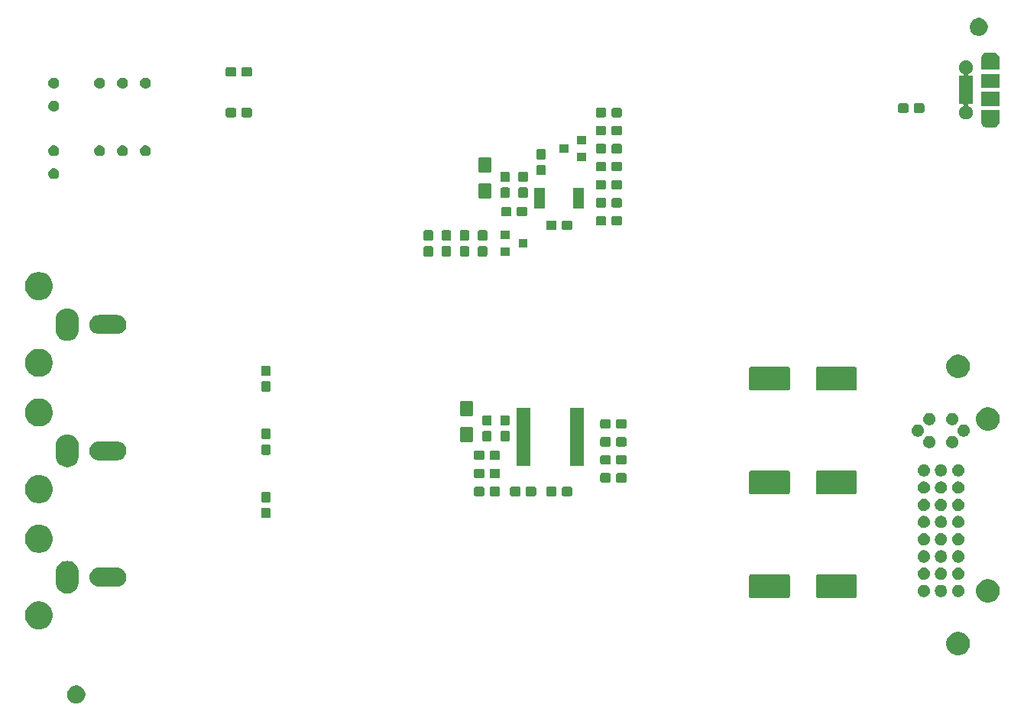
<source format=gbr>
G04 #@! TF.GenerationSoftware,KiCad,Pcbnew,(5.1.0)-1*
G04 #@! TF.CreationDate,2019-03-23T21:37:36-07:00*
G04 #@! TF.ProjectId,yuv2dvi,79757632-6476-4692-9e6b-696361645f70,0.1*
G04 #@! TF.SameCoordinates,Original*
G04 #@! TF.FileFunction,Soldermask,Top*
G04 #@! TF.FilePolarity,Negative*
%FSLAX46Y46*%
G04 Gerber Fmt 4.6, Leading zero omitted, Abs format (unit mm)*
G04 Created by KiCad (PCBNEW (5.1.0)-1) date 2019-03-23 21:37:36*
%MOMM*%
%LPD*%
G04 APERTURE LIST*
%ADD10C,0.100000*%
G04 APERTURE END LIST*
D10*
G36*
X105227290Y-134025619D02*
G01*
X105291689Y-134038429D01*
X105473678Y-134113811D01*
X105637463Y-134223249D01*
X105776751Y-134362537D01*
X105886189Y-134526322D01*
X105961571Y-134708311D01*
X106000000Y-134901509D01*
X106000000Y-135098491D01*
X105961571Y-135291689D01*
X105886189Y-135473678D01*
X105776751Y-135637463D01*
X105637463Y-135776751D01*
X105473678Y-135886189D01*
X105291689Y-135961571D01*
X105227290Y-135974381D01*
X105098493Y-136000000D01*
X104901507Y-136000000D01*
X104772710Y-135974381D01*
X104708311Y-135961571D01*
X104526322Y-135886189D01*
X104362537Y-135776751D01*
X104223249Y-135637463D01*
X104113811Y-135473678D01*
X104038429Y-135291689D01*
X104000000Y-135098491D01*
X104000000Y-134901509D01*
X104038429Y-134708311D01*
X104113811Y-134526322D01*
X104223249Y-134362537D01*
X104362537Y-134223249D01*
X104526322Y-134113811D01*
X104708311Y-134038429D01*
X104772710Y-134025619D01*
X104901507Y-134000000D01*
X105098493Y-134000000D01*
X105227290Y-134025619D01*
X105227290Y-134025619D01*
G37*
G36*
X203079487Y-128113996D02*
G01*
X203316253Y-128212068D01*
X203316255Y-128212069D01*
X203529339Y-128354447D01*
X203710553Y-128535661D01*
X203852932Y-128748747D01*
X203951004Y-128985513D01*
X204001000Y-129236861D01*
X204001000Y-129493139D01*
X203951004Y-129744487D01*
X203852932Y-129981253D01*
X203852931Y-129981255D01*
X203710553Y-130194339D01*
X203529339Y-130375553D01*
X203316255Y-130517931D01*
X203316254Y-130517932D01*
X203316253Y-130517932D01*
X203079487Y-130616004D01*
X202828139Y-130666000D01*
X202571861Y-130666000D01*
X202320513Y-130616004D01*
X202083747Y-130517932D01*
X202083746Y-130517932D01*
X202083745Y-130517931D01*
X201870661Y-130375553D01*
X201689447Y-130194339D01*
X201547069Y-129981255D01*
X201547068Y-129981253D01*
X201448996Y-129744487D01*
X201399000Y-129493139D01*
X201399000Y-129236861D01*
X201448996Y-128985513D01*
X201547068Y-128748747D01*
X201689447Y-128535661D01*
X201870661Y-128354447D01*
X202083745Y-128212069D01*
X202083747Y-128212068D01*
X202320513Y-128113996D01*
X202571861Y-128064000D01*
X202828139Y-128064000D01*
X203079487Y-128113996D01*
X203079487Y-128113996D01*
G37*
G36*
X101152585Y-124728802D02*
G01*
X101302410Y-124758604D01*
X101584674Y-124875521D01*
X101838705Y-125045259D01*
X102054741Y-125261295D01*
X102224479Y-125515326D01*
X102341396Y-125797590D01*
X102401000Y-126097240D01*
X102401000Y-126402760D01*
X102341396Y-126702410D01*
X102224479Y-126984674D01*
X102054741Y-127238705D01*
X101838705Y-127454741D01*
X101584674Y-127624479D01*
X101302410Y-127741396D01*
X101152585Y-127771198D01*
X101002761Y-127801000D01*
X100697239Y-127801000D01*
X100547415Y-127771198D01*
X100397590Y-127741396D01*
X100115326Y-127624479D01*
X99861295Y-127454741D01*
X99645259Y-127238705D01*
X99475521Y-126984674D01*
X99358604Y-126702410D01*
X99299000Y-126402760D01*
X99299000Y-126097240D01*
X99358604Y-125797590D01*
X99475521Y-125515326D01*
X99645259Y-125261295D01*
X99861295Y-125045259D01*
X100115326Y-124875521D01*
X100397590Y-124758604D01*
X100547415Y-124728802D01*
X100697239Y-124699000D01*
X101002761Y-124699000D01*
X101152585Y-124728802D01*
X101152585Y-124728802D01*
G37*
G36*
X206379487Y-122273996D02*
G01*
X206616253Y-122372068D01*
X206616255Y-122372069D01*
X206829339Y-122514447D01*
X207010553Y-122695661D01*
X207132457Y-122878103D01*
X207152932Y-122908747D01*
X207251004Y-123145513D01*
X207301000Y-123396861D01*
X207301000Y-123653139D01*
X207251004Y-123904487D01*
X207155663Y-124134660D01*
X207152931Y-124141255D01*
X207010553Y-124354339D01*
X206829339Y-124535553D01*
X206616255Y-124677931D01*
X206616254Y-124677932D01*
X206616253Y-124677932D01*
X206379487Y-124776004D01*
X206128139Y-124826000D01*
X205871861Y-124826000D01*
X205620513Y-124776004D01*
X205383747Y-124677932D01*
X205383746Y-124677932D01*
X205383745Y-124677931D01*
X205170661Y-124535553D01*
X204989447Y-124354339D01*
X204847069Y-124141255D01*
X204844337Y-124134660D01*
X204748996Y-123904487D01*
X204699000Y-123653139D01*
X204699000Y-123396861D01*
X204748996Y-123145513D01*
X204847068Y-122908747D01*
X204867544Y-122878103D01*
X204989447Y-122695661D01*
X205170661Y-122514447D01*
X205383745Y-122372069D01*
X205383747Y-122372068D01*
X205620513Y-122273996D01*
X205871861Y-122224000D01*
X206128139Y-122224000D01*
X206379487Y-122273996D01*
X206379487Y-122273996D01*
G37*
G36*
X191321934Y-121702671D02*
G01*
X191351877Y-121711754D01*
X191379465Y-121726500D01*
X191403651Y-121746349D01*
X191423500Y-121770535D01*
X191438246Y-121798123D01*
X191447329Y-121828066D01*
X191451000Y-121865340D01*
X191451000Y-124134660D01*
X191447329Y-124171934D01*
X191438246Y-124201877D01*
X191423500Y-124229465D01*
X191403651Y-124253651D01*
X191379465Y-124273500D01*
X191351877Y-124288246D01*
X191321934Y-124297329D01*
X191284660Y-124301000D01*
X187115340Y-124301000D01*
X187078066Y-124297329D01*
X187048123Y-124288246D01*
X187020535Y-124273500D01*
X186996349Y-124253651D01*
X186976500Y-124229465D01*
X186961754Y-124201877D01*
X186952671Y-124171934D01*
X186949000Y-124134660D01*
X186949000Y-121865340D01*
X186952671Y-121828066D01*
X186961754Y-121798123D01*
X186976500Y-121770535D01*
X186996349Y-121746349D01*
X187020535Y-121726500D01*
X187048123Y-121711754D01*
X187078066Y-121702671D01*
X187115340Y-121699000D01*
X191284660Y-121699000D01*
X191321934Y-121702671D01*
X191321934Y-121702671D01*
G37*
G36*
X183921934Y-121702671D02*
G01*
X183951877Y-121711754D01*
X183979465Y-121726500D01*
X184003651Y-121746349D01*
X184023500Y-121770535D01*
X184038246Y-121798123D01*
X184047329Y-121828066D01*
X184051000Y-121865340D01*
X184051000Y-124134660D01*
X184047329Y-124171934D01*
X184038246Y-124201877D01*
X184023500Y-124229465D01*
X184003651Y-124253651D01*
X183979465Y-124273500D01*
X183951877Y-124288246D01*
X183921934Y-124297329D01*
X183884660Y-124301000D01*
X179715340Y-124301000D01*
X179678066Y-124297329D01*
X179648123Y-124288246D01*
X179620535Y-124273500D01*
X179596349Y-124253651D01*
X179576500Y-124229465D01*
X179561754Y-124201877D01*
X179552671Y-124171934D01*
X179549000Y-124134660D01*
X179549000Y-121865340D01*
X179552671Y-121828066D01*
X179561754Y-121798123D01*
X179576500Y-121770535D01*
X179596349Y-121746349D01*
X179620535Y-121726500D01*
X179648123Y-121711754D01*
X179678066Y-121702671D01*
X179715340Y-121699000D01*
X183884660Y-121699000D01*
X183921934Y-121702671D01*
X183921934Y-121702671D01*
G37*
G36*
X199088639Y-122870170D02*
G01*
X199212573Y-122921505D01*
X199212574Y-122921506D01*
X199324112Y-122996033D01*
X199418967Y-123090888D01*
X199418968Y-123090890D01*
X199493495Y-123202427D01*
X199544830Y-123326361D01*
X199571000Y-123457926D01*
X199571000Y-123592074D01*
X199544830Y-123723639D01*
X199493495Y-123847573D01*
X199493494Y-123847574D01*
X199418967Y-123959112D01*
X199324112Y-124053967D01*
X199267964Y-124091484D01*
X199212573Y-124128495D01*
X199088639Y-124179830D01*
X198957074Y-124206000D01*
X198822926Y-124206000D01*
X198691361Y-124179830D01*
X198567427Y-124128495D01*
X198512036Y-124091484D01*
X198455888Y-124053967D01*
X198361033Y-123959112D01*
X198286506Y-123847574D01*
X198286505Y-123847573D01*
X198235170Y-123723639D01*
X198209000Y-123592074D01*
X198209000Y-123457926D01*
X198235170Y-123326361D01*
X198286505Y-123202427D01*
X198361032Y-123090890D01*
X198361033Y-123090888D01*
X198455888Y-122996033D01*
X198567426Y-122921506D01*
X198567427Y-122921505D01*
X198691361Y-122870170D01*
X198822926Y-122844000D01*
X198957074Y-122844000D01*
X199088639Y-122870170D01*
X199088639Y-122870170D01*
G37*
G36*
X200993639Y-122870170D02*
G01*
X201117573Y-122921505D01*
X201117574Y-122921506D01*
X201229112Y-122996033D01*
X201323967Y-123090888D01*
X201323968Y-123090890D01*
X201398495Y-123202427D01*
X201449830Y-123326361D01*
X201476000Y-123457926D01*
X201476000Y-123592074D01*
X201449830Y-123723639D01*
X201398495Y-123847573D01*
X201398494Y-123847574D01*
X201323967Y-123959112D01*
X201229112Y-124053967D01*
X201172964Y-124091484D01*
X201117573Y-124128495D01*
X200993639Y-124179830D01*
X200862074Y-124206000D01*
X200727926Y-124206000D01*
X200596361Y-124179830D01*
X200472427Y-124128495D01*
X200417036Y-124091484D01*
X200360888Y-124053967D01*
X200266033Y-123959112D01*
X200191506Y-123847574D01*
X200191505Y-123847573D01*
X200140170Y-123723639D01*
X200114000Y-123592074D01*
X200114000Y-123457926D01*
X200140170Y-123326361D01*
X200191505Y-123202427D01*
X200266032Y-123090890D01*
X200266033Y-123090888D01*
X200360888Y-122996033D01*
X200472426Y-122921506D01*
X200472427Y-122921505D01*
X200596361Y-122870170D01*
X200727926Y-122844000D01*
X200862074Y-122844000D01*
X200993639Y-122870170D01*
X200993639Y-122870170D01*
G37*
G36*
X202898639Y-122870170D02*
G01*
X203022573Y-122921505D01*
X203022574Y-122921506D01*
X203134112Y-122996033D01*
X203228967Y-123090888D01*
X203228968Y-123090890D01*
X203303495Y-123202427D01*
X203354830Y-123326361D01*
X203381000Y-123457926D01*
X203381000Y-123592074D01*
X203354830Y-123723639D01*
X203303495Y-123847573D01*
X203303494Y-123847574D01*
X203228967Y-123959112D01*
X203134112Y-124053967D01*
X203077964Y-124091484D01*
X203022573Y-124128495D01*
X202898639Y-124179830D01*
X202767074Y-124206000D01*
X202632926Y-124206000D01*
X202501361Y-124179830D01*
X202377427Y-124128495D01*
X202322036Y-124091484D01*
X202265888Y-124053967D01*
X202171033Y-123959112D01*
X202096506Y-123847574D01*
X202096505Y-123847573D01*
X202045170Y-123723639D01*
X202019000Y-123592074D01*
X202019000Y-123457926D01*
X202045170Y-123326361D01*
X202096505Y-123202427D01*
X202171032Y-123090890D01*
X202171033Y-123090888D01*
X202265888Y-122996033D01*
X202377426Y-122921506D01*
X202377427Y-122921505D01*
X202501361Y-122870170D01*
X202632926Y-122844000D01*
X202767074Y-122844000D01*
X202898639Y-122870170D01*
X202898639Y-122870170D01*
G37*
G36*
X104255040Y-120217825D02*
G01*
X104500280Y-120292218D01*
X104726294Y-120413025D01*
X104777899Y-120455376D01*
X104924397Y-120575603D01*
X105044624Y-120722101D01*
X105086975Y-120773706D01*
X105207782Y-120999720D01*
X105282175Y-121244960D01*
X105301000Y-121436095D01*
X105301000Y-122563905D01*
X105282175Y-122755040D01*
X105209071Y-122996032D01*
X105207781Y-123000282D01*
X105099733Y-123202427D01*
X105086975Y-123226294D01*
X104924396Y-123424396D01*
X104726293Y-123586975D01*
X104500279Y-123707782D01*
X104255039Y-123782175D01*
X104000000Y-123807294D01*
X103744960Y-123782175D01*
X103499720Y-123707782D01*
X103397486Y-123653137D01*
X103273707Y-123586976D01*
X103075604Y-123424396D01*
X102913026Y-123226294D01*
X102913025Y-123226293D01*
X102792218Y-123000279D01*
X102717825Y-122755039D01*
X102699000Y-122563904D01*
X102699000Y-121436095D01*
X102717825Y-121244960D01*
X102792218Y-120999720D01*
X102827346Y-120934000D01*
X102913024Y-120773707D01*
X103075604Y-120575604D01*
X103186805Y-120484344D01*
X103273707Y-120413025D01*
X103499721Y-120292218D01*
X103744961Y-120217825D01*
X104000000Y-120192706D01*
X104255040Y-120217825D01*
X104255040Y-120217825D01*
G37*
G36*
X109603097Y-120954069D02*
G01*
X109706032Y-120964207D01*
X109904146Y-121024305D01*
X109904149Y-121024306D01*
X110000975Y-121076061D01*
X110086729Y-121121897D01*
X110246765Y-121253235D01*
X110378103Y-121413271D01*
X110423939Y-121499025D01*
X110475694Y-121595851D01*
X110475695Y-121595854D01*
X110535793Y-121793968D01*
X110556085Y-122000000D01*
X110535793Y-122206032D01*
X110475695Y-122404146D01*
X110475694Y-122404149D01*
X110423939Y-122500975D01*
X110378103Y-122586729D01*
X110246765Y-122746765D01*
X110086729Y-122878103D01*
X110005529Y-122921505D01*
X109904149Y-122975694D01*
X109904146Y-122975695D01*
X109706032Y-123035793D01*
X109603097Y-123045931D01*
X109551631Y-123051000D01*
X107448369Y-123051000D01*
X107396903Y-123045931D01*
X107293968Y-123035793D01*
X107095854Y-122975695D01*
X107095851Y-122975694D01*
X106994471Y-122921505D01*
X106913271Y-122878103D01*
X106753235Y-122746765D01*
X106621897Y-122586729D01*
X106576061Y-122500975D01*
X106524306Y-122404149D01*
X106524305Y-122404146D01*
X106464207Y-122206032D01*
X106443915Y-122000000D01*
X106464207Y-121793968D01*
X106524305Y-121595854D01*
X106524306Y-121595851D01*
X106576061Y-121499025D01*
X106621897Y-121413271D01*
X106753235Y-121253235D01*
X106913271Y-121121897D01*
X106999025Y-121076061D01*
X107095851Y-121024306D01*
X107095854Y-121024305D01*
X107293968Y-120964207D01*
X107396903Y-120954069D01*
X107448369Y-120949000D01*
X109551631Y-120949000D01*
X109603097Y-120954069D01*
X109603097Y-120954069D01*
G37*
G36*
X199088639Y-120960170D02*
G01*
X199212573Y-121011505D01*
X199212574Y-121011506D01*
X199324112Y-121086033D01*
X199418967Y-121180888D01*
X199418968Y-121180890D01*
X199493495Y-121292427D01*
X199544830Y-121416361D01*
X199571000Y-121547926D01*
X199571000Y-121682074D01*
X199544830Y-121813639D01*
X199493495Y-121937573D01*
X199493494Y-121937574D01*
X199418967Y-122049112D01*
X199324112Y-122143967D01*
X199267964Y-122181484D01*
X199212573Y-122218495D01*
X199088639Y-122269830D01*
X198957074Y-122296000D01*
X198822926Y-122296000D01*
X198691361Y-122269830D01*
X198567427Y-122218495D01*
X198512036Y-122181484D01*
X198455888Y-122143967D01*
X198361033Y-122049112D01*
X198286506Y-121937574D01*
X198286505Y-121937573D01*
X198235170Y-121813639D01*
X198209000Y-121682074D01*
X198209000Y-121547926D01*
X198235170Y-121416361D01*
X198286505Y-121292427D01*
X198361032Y-121180890D01*
X198361033Y-121180888D01*
X198455888Y-121086033D01*
X198567426Y-121011506D01*
X198567427Y-121011505D01*
X198691361Y-120960170D01*
X198822926Y-120934000D01*
X198957074Y-120934000D01*
X199088639Y-120960170D01*
X199088639Y-120960170D01*
G37*
G36*
X200993639Y-120960170D02*
G01*
X201117573Y-121011505D01*
X201117574Y-121011506D01*
X201229112Y-121086033D01*
X201323967Y-121180888D01*
X201323968Y-121180890D01*
X201398495Y-121292427D01*
X201449830Y-121416361D01*
X201476000Y-121547926D01*
X201476000Y-121682074D01*
X201449830Y-121813639D01*
X201398495Y-121937573D01*
X201398494Y-121937574D01*
X201323967Y-122049112D01*
X201229112Y-122143967D01*
X201172964Y-122181484D01*
X201117573Y-122218495D01*
X200993639Y-122269830D01*
X200862074Y-122296000D01*
X200727926Y-122296000D01*
X200596361Y-122269830D01*
X200472427Y-122218495D01*
X200417036Y-122181484D01*
X200360888Y-122143967D01*
X200266033Y-122049112D01*
X200191506Y-121937574D01*
X200191505Y-121937573D01*
X200140170Y-121813639D01*
X200114000Y-121682074D01*
X200114000Y-121547926D01*
X200140170Y-121416361D01*
X200191505Y-121292427D01*
X200266032Y-121180890D01*
X200266033Y-121180888D01*
X200360888Y-121086033D01*
X200472426Y-121011506D01*
X200472427Y-121011505D01*
X200596361Y-120960170D01*
X200727926Y-120934000D01*
X200862074Y-120934000D01*
X200993639Y-120960170D01*
X200993639Y-120960170D01*
G37*
G36*
X202898639Y-120960170D02*
G01*
X203022573Y-121011505D01*
X203022574Y-121011506D01*
X203134112Y-121086033D01*
X203228967Y-121180888D01*
X203228968Y-121180890D01*
X203303495Y-121292427D01*
X203354830Y-121416361D01*
X203381000Y-121547926D01*
X203381000Y-121682074D01*
X203354830Y-121813639D01*
X203303495Y-121937573D01*
X203303494Y-121937574D01*
X203228967Y-122049112D01*
X203134112Y-122143967D01*
X203077964Y-122181484D01*
X203022573Y-122218495D01*
X202898639Y-122269830D01*
X202767074Y-122296000D01*
X202632926Y-122296000D01*
X202501361Y-122269830D01*
X202377427Y-122218495D01*
X202322036Y-122181484D01*
X202265888Y-122143967D01*
X202171033Y-122049112D01*
X202096506Y-121937574D01*
X202096505Y-121937573D01*
X202045170Y-121813639D01*
X202019000Y-121682074D01*
X202019000Y-121547926D01*
X202045170Y-121416361D01*
X202096505Y-121292427D01*
X202171032Y-121180890D01*
X202171033Y-121180888D01*
X202265888Y-121086033D01*
X202377426Y-121011506D01*
X202377427Y-121011505D01*
X202501361Y-120960170D01*
X202632926Y-120934000D01*
X202767074Y-120934000D01*
X202898639Y-120960170D01*
X202898639Y-120960170D01*
G37*
G36*
X202898639Y-119050170D02*
G01*
X203022573Y-119101505D01*
X203022574Y-119101506D01*
X203134112Y-119176033D01*
X203228967Y-119270888D01*
X203228968Y-119270890D01*
X203303495Y-119382427D01*
X203354830Y-119506361D01*
X203381000Y-119637926D01*
X203381000Y-119772074D01*
X203354830Y-119903639D01*
X203303495Y-120027573D01*
X203303494Y-120027574D01*
X203228967Y-120139112D01*
X203134112Y-120233967D01*
X203077964Y-120271484D01*
X203022573Y-120308495D01*
X202898639Y-120359830D01*
X202767074Y-120386000D01*
X202632926Y-120386000D01*
X202501361Y-120359830D01*
X202377427Y-120308495D01*
X202322036Y-120271484D01*
X202265888Y-120233967D01*
X202171033Y-120139112D01*
X202096506Y-120027574D01*
X202096505Y-120027573D01*
X202045170Y-119903639D01*
X202019000Y-119772074D01*
X202019000Y-119637926D01*
X202045170Y-119506361D01*
X202096505Y-119382427D01*
X202171032Y-119270890D01*
X202171033Y-119270888D01*
X202265888Y-119176033D01*
X202377426Y-119101506D01*
X202377427Y-119101505D01*
X202501361Y-119050170D01*
X202632926Y-119024000D01*
X202767074Y-119024000D01*
X202898639Y-119050170D01*
X202898639Y-119050170D01*
G37*
G36*
X199088639Y-119050170D02*
G01*
X199212573Y-119101505D01*
X199212574Y-119101506D01*
X199324112Y-119176033D01*
X199418967Y-119270888D01*
X199418968Y-119270890D01*
X199493495Y-119382427D01*
X199544830Y-119506361D01*
X199571000Y-119637926D01*
X199571000Y-119772074D01*
X199544830Y-119903639D01*
X199493495Y-120027573D01*
X199493494Y-120027574D01*
X199418967Y-120139112D01*
X199324112Y-120233967D01*
X199267964Y-120271484D01*
X199212573Y-120308495D01*
X199088639Y-120359830D01*
X198957074Y-120386000D01*
X198822926Y-120386000D01*
X198691361Y-120359830D01*
X198567427Y-120308495D01*
X198512036Y-120271484D01*
X198455888Y-120233967D01*
X198361033Y-120139112D01*
X198286506Y-120027574D01*
X198286505Y-120027573D01*
X198235170Y-119903639D01*
X198209000Y-119772074D01*
X198209000Y-119637926D01*
X198235170Y-119506361D01*
X198286505Y-119382427D01*
X198361032Y-119270890D01*
X198361033Y-119270888D01*
X198455888Y-119176033D01*
X198567426Y-119101506D01*
X198567427Y-119101505D01*
X198691361Y-119050170D01*
X198822926Y-119024000D01*
X198957074Y-119024000D01*
X199088639Y-119050170D01*
X199088639Y-119050170D01*
G37*
G36*
X200993639Y-119050170D02*
G01*
X201117573Y-119101505D01*
X201117574Y-119101506D01*
X201229112Y-119176033D01*
X201323967Y-119270888D01*
X201323968Y-119270890D01*
X201398495Y-119382427D01*
X201449830Y-119506361D01*
X201476000Y-119637926D01*
X201476000Y-119772074D01*
X201449830Y-119903639D01*
X201398495Y-120027573D01*
X201398494Y-120027574D01*
X201323967Y-120139112D01*
X201229112Y-120233967D01*
X201172964Y-120271484D01*
X201117573Y-120308495D01*
X200993639Y-120359830D01*
X200862074Y-120386000D01*
X200727926Y-120386000D01*
X200596361Y-120359830D01*
X200472427Y-120308495D01*
X200417036Y-120271484D01*
X200360888Y-120233967D01*
X200266033Y-120139112D01*
X200191506Y-120027574D01*
X200191505Y-120027573D01*
X200140170Y-119903639D01*
X200114000Y-119772074D01*
X200114000Y-119637926D01*
X200140170Y-119506361D01*
X200191505Y-119382427D01*
X200266032Y-119270890D01*
X200266033Y-119270888D01*
X200360888Y-119176033D01*
X200472426Y-119101506D01*
X200472427Y-119101505D01*
X200596361Y-119050170D01*
X200727926Y-119024000D01*
X200862074Y-119024000D01*
X200993639Y-119050170D01*
X200993639Y-119050170D01*
G37*
G36*
X101152585Y-116228802D02*
G01*
X101302410Y-116258604D01*
X101584674Y-116375521D01*
X101838705Y-116545259D01*
X102054741Y-116761295D01*
X102224479Y-117015326D01*
X102341396Y-117297590D01*
X102401000Y-117597240D01*
X102401000Y-117902760D01*
X102341396Y-118202410D01*
X102224479Y-118484674D01*
X102054741Y-118738705D01*
X101838705Y-118954741D01*
X101584674Y-119124479D01*
X101302410Y-119241396D01*
X101154143Y-119270888D01*
X101002761Y-119301000D01*
X100697239Y-119301000D01*
X100545857Y-119270888D01*
X100397590Y-119241396D01*
X100115326Y-119124479D01*
X99861295Y-118954741D01*
X99645259Y-118738705D01*
X99475521Y-118484674D01*
X99358604Y-118202410D01*
X99299000Y-117902760D01*
X99299000Y-117597240D01*
X99358604Y-117297590D01*
X99475521Y-117015326D01*
X99645259Y-116761295D01*
X99861295Y-116545259D01*
X100115326Y-116375521D01*
X100397590Y-116258604D01*
X100547415Y-116228802D01*
X100697239Y-116199000D01*
X101002761Y-116199000D01*
X101152585Y-116228802D01*
X101152585Y-116228802D01*
G37*
G36*
X200993639Y-117140170D02*
G01*
X201117573Y-117191505D01*
X201117574Y-117191506D01*
X201229112Y-117266033D01*
X201323967Y-117360888D01*
X201323968Y-117360890D01*
X201398495Y-117472427D01*
X201449830Y-117596361D01*
X201476000Y-117727926D01*
X201476000Y-117862074D01*
X201449830Y-117993639D01*
X201398495Y-118117573D01*
X201398494Y-118117574D01*
X201323967Y-118229112D01*
X201229112Y-118323967D01*
X201172964Y-118361484D01*
X201117573Y-118398495D01*
X200993639Y-118449830D01*
X200862074Y-118476000D01*
X200727926Y-118476000D01*
X200596361Y-118449830D01*
X200472427Y-118398495D01*
X200417036Y-118361484D01*
X200360888Y-118323967D01*
X200266033Y-118229112D01*
X200191506Y-118117574D01*
X200191505Y-118117573D01*
X200140170Y-117993639D01*
X200114000Y-117862074D01*
X200114000Y-117727926D01*
X200140170Y-117596361D01*
X200191505Y-117472427D01*
X200266032Y-117360890D01*
X200266033Y-117360888D01*
X200360888Y-117266033D01*
X200472426Y-117191506D01*
X200472427Y-117191505D01*
X200596361Y-117140170D01*
X200727926Y-117114000D01*
X200862074Y-117114000D01*
X200993639Y-117140170D01*
X200993639Y-117140170D01*
G37*
G36*
X202898639Y-117140170D02*
G01*
X203022573Y-117191505D01*
X203022574Y-117191506D01*
X203134112Y-117266033D01*
X203228967Y-117360888D01*
X203228968Y-117360890D01*
X203303495Y-117472427D01*
X203354830Y-117596361D01*
X203381000Y-117727926D01*
X203381000Y-117862074D01*
X203354830Y-117993639D01*
X203303495Y-118117573D01*
X203303494Y-118117574D01*
X203228967Y-118229112D01*
X203134112Y-118323967D01*
X203077964Y-118361484D01*
X203022573Y-118398495D01*
X202898639Y-118449830D01*
X202767074Y-118476000D01*
X202632926Y-118476000D01*
X202501361Y-118449830D01*
X202377427Y-118398495D01*
X202322036Y-118361484D01*
X202265888Y-118323967D01*
X202171033Y-118229112D01*
X202096506Y-118117574D01*
X202096505Y-118117573D01*
X202045170Y-117993639D01*
X202019000Y-117862074D01*
X202019000Y-117727926D01*
X202045170Y-117596361D01*
X202096505Y-117472427D01*
X202171032Y-117360890D01*
X202171033Y-117360888D01*
X202265888Y-117266033D01*
X202377426Y-117191506D01*
X202377427Y-117191505D01*
X202501361Y-117140170D01*
X202632926Y-117114000D01*
X202767074Y-117114000D01*
X202898639Y-117140170D01*
X202898639Y-117140170D01*
G37*
G36*
X199088639Y-117140170D02*
G01*
X199212573Y-117191505D01*
X199212574Y-117191506D01*
X199324112Y-117266033D01*
X199418967Y-117360888D01*
X199418968Y-117360890D01*
X199493495Y-117472427D01*
X199544830Y-117596361D01*
X199571000Y-117727926D01*
X199571000Y-117862074D01*
X199544830Y-117993639D01*
X199493495Y-118117573D01*
X199493494Y-118117574D01*
X199418967Y-118229112D01*
X199324112Y-118323967D01*
X199267964Y-118361484D01*
X199212573Y-118398495D01*
X199088639Y-118449830D01*
X198957074Y-118476000D01*
X198822926Y-118476000D01*
X198691361Y-118449830D01*
X198567427Y-118398495D01*
X198512036Y-118361484D01*
X198455888Y-118323967D01*
X198361033Y-118229112D01*
X198286506Y-118117574D01*
X198286505Y-118117573D01*
X198235170Y-117993639D01*
X198209000Y-117862074D01*
X198209000Y-117727926D01*
X198235170Y-117596361D01*
X198286505Y-117472427D01*
X198361032Y-117360890D01*
X198361033Y-117360888D01*
X198455888Y-117266033D01*
X198567426Y-117191506D01*
X198567427Y-117191505D01*
X198691361Y-117140170D01*
X198822926Y-117114000D01*
X198957074Y-117114000D01*
X199088639Y-117140170D01*
X199088639Y-117140170D01*
G37*
G36*
X202898639Y-115230170D02*
G01*
X203022573Y-115281505D01*
X203077964Y-115318516D01*
X203134112Y-115356033D01*
X203228967Y-115450888D01*
X203228968Y-115450890D01*
X203303495Y-115562427D01*
X203354830Y-115686361D01*
X203381000Y-115817926D01*
X203381000Y-115952074D01*
X203354830Y-116083639D01*
X203303495Y-116207573D01*
X203303494Y-116207574D01*
X203228967Y-116319112D01*
X203134112Y-116413967D01*
X203077964Y-116451484D01*
X203022573Y-116488495D01*
X202898639Y-116539830D01*
X202767074Y-116566000D01*
X202632926Y-116566000D01*
X202501361Y-116539830D01*
X202377427Y-116488495D01*
X202322036Y-116451484D01*
X202265888Y-116413967D01*
X202171033Y-116319112D01*
X202096506Y-116207574D01*
X202096505Y-116207573D01*
X202045170Y-116083639D01*
X202019000Y-115952074D01*
X202019000Y-115817926D01*
X202045170Y-115686361D01*
X202096505Y-115562427D01*
X202171032Y-115450890D01*
X202171033Y-115450888D01*
X202265888Y-115356033D01*
X202322036Y-115318516D01*
X202377427Y-115281505D01*
X202501361Y-115230170D01*
X202632926Y-115204000D01*
X202767074Y-115204000D01*
X202898639Y-115230170D01*
X202898639Y-115230170D01*
G37*
G36*
X200993639Y-115230170D02*
G01*
X201117573Y-115281505D01*
X201172964Y-115318516D01*
X201229112Y-115356033D01*
X201323967Y-115450888D01*
X201323968Y-115450890D01*
X201398495Y-115562427D01*
X201449830Y-115686361D01*
X201476000Y-115817926D01*
X201476000Y-115952074D01*
X201449830Y-116083639D01*
X201398495Y-116207573D01*
X201398494Y-116207574D01*
X201323967Y-116319112D01*
X201229112Y-116413967D01*
X201172964Y-116451484D01*
X201117573Y-116488495D01*
X200993639Y-116539830D01*
X200862074Y-116566000D01*
X200727926Y-116566000D01*
X200596361Y-116539830D01*
X200472427Y-116488495D01*
X200417036Y-116451484D01*
X200360888Y-116413967D01*
X200266033Y-116319112D01*
X200191506Y-116207574D01*
X200191505Y-116207573D01*
X200140170Y-116083639D01*
X200114000Y-115952074D01*
X200114000Y-115817926D01*
X200140170Y-115686361D01*
X200191505Y-115562427D01*
X200266032Y-115450890D01*
X200266033Y-115450888D01*
X200360888Y-115356033D01*
X200417036Y-115318516D01*
X200472427Y-115281505D01*
X200596361Y-115230170D01*
X200727926Y-115204000D01*
X200862074Y-115204000D01*
X200993639Y-115230170D01*
X200993639Y-115230170D01*
G37*
G36*
X199088639Y-115230170D02*
G01*
X199212573Y-115281505D01*
X199267964Y-115318516D01*
X199324112Y-115356033D01*
X199418967Y-115450888D01*
X199418968Y-115450890D01*
X199493495Y-115562427D01*
X199544830Y-115686361D01*
X199571000Y-115817926D01*
X199571000Y-115952074D01*
X199544830Y-116083639D01*
X199493495Y-116207573D01*
X199493494Y-116207574D01*
X199418967Y-116319112D01*
X199324112Y-116413967D01*
X199267964Y-116451484D01*
X199212573Y-116488495D01*
X199088639Y-116539830D01*
X198957074Y-116566000D01*
X198822926Y-116566000D01*
X198691361Y-116539830D01*
X198567427Y-116488495D01*
X198512036Y-116451484D01*
X198455888Y-116413967D01*
X198361033Y-116319112D01*
X198286506Y-116207574D01*
X198286505Y-116207573D01*
X198235170Y-116083639D01*
X198209000Y-115952074D01*
X198209000Y-115817926D01*
X198235170Y-115686361D01*
X198286505Y-115562427D01*
X198361032Y-115450890D01*
X198361033Y-115450888D01*
X198455888Y-115356033D01*
X198512036Y-115318516D01*
X198567427Y-115281505D01*
X198691361Y-115230170D01*
X198822926Y-115204000D01*
X198957074Y-115204000D01*
X199088639Y-115230170D01*
X199088639Y-115230170D01*
G37*
G36*
X126364499Y-114303445D02*
G01*
X126401995Y-114314820D01*
X126436554Y-114333292D01*
X126466847Y-114358153D01*
X126491708Y-114388446D01*
X126510180Y-114423005D01*
X126521555Y-114460501D01*
X126526000Y-114505638D01*
X126526000Y-115244362D01*
X126521555Y-115289499D01*
X126510180Y-115326995D01*
X126491708Y-115361554D01*
X126466847Y-115391847D01*
X126436554Y-115416708D01*
X126401995Y-115435180D01*
X126364499Y-115446555D01*
X126319362Y-115451000D01*
X125680638Y-115451000D01*
X125635501Y-115446555D01*
X125598005Y-115435180D01*
X125563446Y-115416708D01*
X125533153Y-115391847D01*
X125508292Y-115361554D01*
X125489820Y-115326995D01*
X125478445Y-115289499D01*
X125474000Y-115244362D01*
X125474000Y-114505638D01*
X125478445Y-114460501D01*
X125489820Y-114423005D01*
X125508292Y-114388446D01*
X125533153Y-114358153D01*
X125563446Y-114333292D01*
X125598005Y-114314820D01*
X125635501Y-114303445D01*
X125680638Y-114299000D01*
X126319362Y-114299000D01*
X126364499Y-114303445D01*
X126364499Y-114303445D01*
G37*
G36*
X200993639Y-113320170D02*
G01*
X201117573Y-113371505D01*
X201117574Y-113371506D01*
X201229112Y-113446033D01*
X201323967Y-113540888D01*
X201323968Y-113540890D01*
X201398495Y-113652427D01*
X201449830Y-113776361D01*
X201476000Y-113907926D01*
X201476000Y-114042074D01*
X201449830Y-114173639D01*
X201398495Y-114297573D01*
X201374628Y-114333292D01*
X201323967Y-114409112D01*
X201229112Y-114503967D01*
X201172964Y-114541484D01*
X201117573Y-114578495D01*
X200993639Y-114629830D01*
X200862074Y-114656000D01*
X200727926Y-114656000D01*
X200596361Y-114629830D01*
X200472427Y-114578495D01*
X200417036Y-114541484D01*
X200360888Y-114503967D01*
X200266033Y-114409112D01*
X200215372Y-114333292D01*
X200191505Y-114297573D01*
X200140170Y-114173639D01*
X200114000Y-114042074D01*
X200114000Y-113907926D01*
X200140170Y-113776361D01*
X200191505Y-113652427D01*
X200266032Y-113540890D01*
X200266033Y-113540888D01*
X200360888Y-113446033D01*
X200472426Y-113371506D01*
X200472427Y-113371505D01*
X200596361Y-113320170D01*
X200727926Y-113294000D01*
X200862074Y-113294000D01*
X200993639Y-113320170D01*
X200993639Y-113320170D01*
G37*
G36*
X199088639Y-113320170D02*
G01*
X199212573Y-113371505D01*
X199212574Y-113371506D01*
X199324112Y-113446033D01*
X199418967Y-113540888D01*
X199418968Y-113540890D01*
X199493495Y-113652427D01*
X199544830Y-113776361D01*
X199571000Y-113907926D01*
X199571000Y-114042074D01*
X199544830Y-114173639D01*
X199493495Y-114297573D01*
X199469628Y-114333292D01*
X199418967Y-114409112D01*
X199324112Y-114503967D01*
X199267964Y-114541484D01*
X199212573Y-114578495D01*
X199088639Y-114629830D01*
X198957074Y-114656000D01*
X198822926Y-114656000D01*
X198691361Y-114629830D01*
X198567427Y-114578495D01*
X198512036Y-114541484D01*
X198455888Y-114503967D01*
X198361033Y-114409112D01*
X198310372Y-114333292D01*
X198286505Y-114297573D01*
X198235170Y-114173639D01*
X198209000Y-114042074D01*
X198209000Y-113907926D01*
X198235170Y-113776361D01*
X198286505Y-113652427D01*
X198361032Y-113540890D01*
X198361033Y-113540888D01*
X198455888Y-113446033D01*
X198567426Y-113371506D01*
X198567427Y-113371505D01*
X198691361Y-113320170D01*
X198822926Y-113294000D01*
X198957074Y-113294000D01*
X199088639Y-113320170D01*
X199088639Y-113320170D01*
G37*
G36*
X202898639Y-113320170D02*
G01*
X203022573Y-113371505D01*
X203022574Y-113371506D01*
X203134112Y-113446033D01*
X203228967Y-113540888D01*
X203228968Y-113540890D01*
X203303495Y-113652427D01*
X203354830Y-113776361D01*
X203381000Y-113907926D01*
X203381000Y-114042074D01*
X203354830Y-114173639D01*
X203303495Y-114297573D01*
X203279628Y-114333292D01*
X203228967Y-114409112D01*
X203134112Y-114503967D01*
X203077964Y-114541484D01*
X203022573Y-114578495D01*
X202898639Y-114629830D01*
X202767074Y-114656000D01*
X202632926Y-114656000D01*
X202501361Y-114629830D01*
X202377427Y-114578495D01*
X202322036Y-114541484D01*
X202265888Y-114503967D01*
X202171033Y-114409112D01*
X202120372Y-114333292D01*
X202096505Y-114297573D01*
X202045170Y-114173639D01*
X202019000Y-114042074D01*
X202019000Y-113907926D01*
X202045170Y-113776361D01*
X202096505Y-113652427D01*
X202171032Y-113540890D01*
X202171033Y-113540888D01*
X202265888Y-113446033D01*
X202377426Y-113371506D01*
X202377427Y-113371505D01*
X202501361Y-113320170D01*
X202632926Y-113294000D01*
X202767074Y-113294000D01*
X202898639Y-113320170D01*
X202898639Y-113320170D01*
G37*
G36*
X101152585Y-110728802D02*
G01*
X101302410Y-110758604D01*
X101584674Y-110875521D01*
X101838705Y-111045259D01*
X102054741Y-111261295D01*
X102224479Y-111515326D01*
X102341396Y-111797590D01*
X102341396Y-111797591D01*
X102391809Y-112051031D01*
X102401000Y-112097240D01*
X102401000Y-112402760D01*
X102341396Y-112702410D01*
X102224479Y-112984674D01*
X102054741Y-113238705D01*
X101838705Y-113454741D01*
X101584674Y-113624479D01*
X101302410Y-113741396D01*
X101152585Y-113771198D01*
X101002761Y-113801000D01*
X100697239Y-113801000D01*
X100547415Y-113771198D01*
X100397590Y-113741396D01*
X100115326Y-113624479D01*
X99861295Y-113454741D01*
X99645259Y-113238705D01*
X99475521Y-112984674D01*
X99358604Y-112702410D01*
X99299000Y-112402760D01*
X99299000Y-112097240D01*
X99308192Y-112051031D01*
X99358604Y-111797591D01*
X99358604Y-111797590D01*
X99475521Y-111515326D01*
X99645259Y-111261295D01*
X99861295Y-111045259D01*
X100115326Y-110875521D01*
X100397590Y-110758604D01*
X100547415Y-110728802D01*
X100697239Y-110699000D01*
X101002761Y-110699000D01*
X101152585Y-110728802D01*
X101152585Y-110728802D01*
G37*
G36*
X126364499Y-112553445D02*
G01*
X126401995Y-112564820D01*
X126436554Y-112583292D01*
X126466847Y-112608153D01*
X126491708Y-112638446D01*
X126510180Y-112673005D01*
X126521555Y-112710501D01*
X126526000Y-112755638D01*
X126526000Y-113494362D01*
X126521555Y-113539499D01*
X126510180Y-113576995D01*
X126491708Y-113611554D01*
X126466847Y-113641847D01*
X126436554Y-113666708D01*
X126401995Y-113685180D01*
X126364499Y-113696555D01*
X126319362Y-113701000D01*
X125680638Y-113701000D01*
X125635501Y-113696555D01*
X125598005Y-113685180D01*
X125563446Y-113666708D01*
X125533153Y-113641847D01*
X125508292Y-113611554D01*
X125489820Y-113576995D01*
X125478445Y-113539499D01*
X125474000Y-113494362D01*
X125474000Y-112755638D01*
X125478445Y-112710501D01*
X125489820Y-112673005D01*
X125508292Y-112638446D01*
X125533153Y-112608153D01*
X125563446Y-112583292D01*
X125598005Y-112564820D01*
X125635501Y-112553445D01*
X125680638Y-112549000D01*
X126319362Y-112549000D01*
X126364499Y-112553445D01*
X126364499Y-112553445D01*
G37*
G36*
X159789499Y-111978445D02*
G01*
X159826995Y-111989820D01*
X159861554Y-112008292D01*
X159891847Y-112033153D01*
X159916708Y-112063446D01*
X159935180Y-112098005D01*
X159946555Y-112135501D01*
X159951000Y-112180638D01*
X159951000Y-112819362D01*
X159946555Y-112864499D01*
X159935180Y-112901995D01*
X159916708Y-112936554D01*
X159891847Y-112966847D01*
X159861554Y-112991708D01*
X159826995Y-113010180D01*
X159789499Y-113021555D01*
X159744362Y-113026000D01*
X159005638Y-113026000D01*
X158960501Y-113021555D01*
X158923005Y-113010180D01*
X158888446Y-112991708D01*
X158858153Y-112966847D01*
X158833292Y-112936554D01*
X158814820Y-112901995D01*
X158803445Y-112864499D01*
X158799000Y-112819362D01*
X158799000Y-112180638D01*
X158803445Y-112135501D01*
X158814820Y-112098005D01*
X158833292Y-112063446D01*
X158858153Y-112033153D01*
X158888446Y-112008292D01*
X158923005Y-111989820D01*
X158960501Y-111978445D01*
X159005638Y-111974000D01*
X159744362Y-111974000D01*
X159789499Y-111978445D01*
X159789499Y-111978445D01*
G37*
G36*
X154039499Y-111978445D02*
G01*
X154076995Y-111989820D01*
X154111554Y-112008292D01*
X154141847Y-112033153D01*
X154166708Y-112063446D01*
X154185180Y-112098005D01*
X154196555Y-112135501D01*
X154201000Y-112180638D01*
X154201000Y-112819362D01*
X154196555Y-112864499D01*
X154185180Y-112901995D01*
X154166708Y-112936554D01*
X154141847Y-112966847D01*
X154111554Y-112991708D01*
X154076995Y-113010180D01*
X154039499Y-113021555D01*
X153994362Y-113026000D01*
X153255638Y-113026000D01*
X153210501Y-113021555D01*
X153173005Y-113010180D01*
X153138446Y-112991708D01*
X153108153Y-112966847D01*
X153083292Y-112936554D01*
X153064820Y-112901995D01*
X153053445Y-112864499D01*
X153049000Y-112819362D01*
X153049000Y-112180638D01*
X153053445Y-112135501D01*
X153064820Y-112098005D01*
X153083292Y-112063446D01*
X153108153Y-112033153D01*
X153138446Y-112008292D01*
X153173005Y-111989820D01*
X153210501Y-111978445D01*
X153255638Y-111974000D01*
X153994362Y-111974000D01*
X154039499Y-111978445D01*
X154039499Y-111978445D01*
G37*
G36*
X155789499Y-111978445D02*
G01*
X155826995Y-111989820D01*
X155861554Y-112008292D01*
X155891847Y-112033153D01*
X155916708Y-112063446D01*
X155935180Y-112098005D01*
X155946555Y-112135501D01*
X155951000Y-112180638D01*
X155951000Y-112819362D01*
X155946555Y-112864499D01*
X155935180Y-112901995D01*
X155916708Y-112936554D01*
X155891847Y-112966847D01*
X155861554Y-112991708D01*
X155826995Y-113010180D01*
X155789499Y-113021555D01*
X155744362Y-113026000D01*
X155005638Y-113026000D01*
X154960501Y-113021555D01*
X154923005Y-113010180D01*
X154888446Y-112991708D01*
X154858153Y-112966847D01*
X154833292Y-112936554D01*
X154814820Y-112901995D01*
X154803445Y-112864499D01*
X154799000Y-112819362D01*
X154799000Y-112180638D01*
X154803445Y-112135501D01*
X154814820Y-112098005D01*
X154833292Y-112063446D01*
X154858153Y-112033153D01*
X154888446Y-112008292D01*
X154923005Y-111989820D01*
X154960501Y-111978445D01*
X155005638Y-111974000D01*
X155744362Y-111974000D01*
X155789499Y-111978445D01*
X155789499Y-111978445D01*
G37*
G36*
X151789499Y-111978445D02*
G01*
X151826995Y-111989820D01*
X151861554Y-112008292D01*
X151891847Y-112033153D01*
X151916708Y-112063446D01*
X151935180Y-112098005D01*
X151946555Y-112135501D01*
X151951000Y-112180638D01*
X151951000Y-112819362D01*
X151946555Y-112864499D01*
X151935180Y-112901995D01*
X151916708Y-112936554D01*
X151891847Y-112966847D01*
X151861554Y-112991708D01*
X151826995Y-113010180D01*
X151789499Y-113021555D01*
X151744362Y-113026000D01*
X151005638Y-113026000D01*
X150960501Y-113021555D01*
X150923005Y-113010180D01*
X150888446Y-112991708D01*
X150858153Y-112966847D01*
X150833292Y-112936554D01*
X150814820Y-112901995D01*
X150803445Y-112864499D01*
X150799000Y-112819362D01*
X150799000Y-112180638D01*
X150803445Y-112135501D01*
X150814820Y-112098005D01*
X150833292Y-112063446D01*
X150858153Y-112033153D01*
X150888446Y-112008292D01*
X150923005Y-111989820D01*
X150960501Y-111978445D01*
X151005638Y-111974000D01*
X151744362Y-111974000D01*
X151789499Y-111978445D01*
X151789499Y-111978445D01*
G37*
G36*
X150039499Y-111978445D02*
G01*
X150076995Y-111989820D01*
X150111554Y-112008292D01*
X150141847Y-112033153D01*
X150166708Y-112063446D01*
X150185180Y-112098005D01*
X150196555Y-112135501D01*
X150201000Y-112180638D01*
X150201000Y-112819362D01*
X150196555Y-112864499D01*
X150185180Y-112901995D01*
X150166708Y-112936554D01*
X150141847Y-112966847D01*
X150111554Y-112991708D01*
X150076995Y-113010180D01*
X150039499Y-113021555D01*
X149994362Y-113026000D01*
X149255638Y-113026000D01*
X149210501Y-113021555D01*
X149173005Y-113010180D01*
X149138446Y-112991708D01*
X149108153Y-112966847D01*
X149083292Y-112936554D01*
X149064820Y-112901995D01*
X149053445Y-112864499D01*
X149049000Y-112819362D01*
X149049000Y-112180638D01*
X149053445Y-112135501D01*
X149064820Y-112098005D01*
X149083292Y-112063446D01*
X149108153Y-112033153D01*
X149138446Y-112008292D01*
X149173005Y-111989820D01*
X149210501Y-111978445D01*
X149255638Y-111974000D01*
X149994362Y-111974000D01*
X150039499Y-111978445D01*
X150039499Y-111978445D01*
G37*
G36*
X158039499Y-111978445D02*
G01*
X158076995Y-111989820D01*
X158111554Y-112008292D01*
X158141847Y-112033153D01*
X158166708Y-112063446D01*
X158185180Y-112098005D01*
X158196555Y-112135501D01*
X158201000Y-112180638D01*
X158201000Y-112819362D01*
X158196555Y-112864499D01*
X158185180Y-112901995D01*
X158166708Y-112936554D01*
X158141847Y-112966847D01*
X158111554Y-112991708D01*
X158076995Y-113010180D01*
X158039499Y-113021555D01*
X157994362Y-113026000D01*
X157255638Y-113026000D01*
X157210501Y-113021555D01*
X157173005Y-113010180D01*
X157138446Y-112991708D01*
X157108153Y-112966847D01*
X157083292Y-112936554D01*
X157064820Y-112901995D01*
X157053445Y-112864499D01*
X157049000Y-112819362D01*
X157049000Y-112180638D01*
X157053445Y-112135501D01*
X157064820Y-112098005D01*
X157083292Y-112063446D01*
X157108153Y-112033153D01*
X157138446Y-112008292D01*
X157173005Y-111989820D01*
X157210501Y-111978445D01*
X157255638Y-111974000D01*
X157994362Y-111974000D01*
X158039499Y-111978445D01*
X158039499Y-111978445D01*
G37*
G36*
X183921934Y-110202671D02*
G01*
X183951877Y-110211754D01*
X183979465Y-110226500D01*
X184003651Y-110246349D01*
X184023500Y-110270535D01*
X184038246Y-110298123D01*
X184047329Y-110328066D01*
X184051000Y-110365340D01*
X184051000Y-112634660D01*
X184047329Y-112671934D01*
X184038246Y-112701877D01*
X184023500Y-112729465D01*
X184003651Y-112753651D01*
X183979465Y-112773500D01*
X183951877Y-112788246D01*
X183921934Y-112797329D01*
X183884660Y-112801000D01*
X179715340Y-112801000D01*
X179678066Y-112797329D01*
X179648123Y-112788246D01*
X179620535Y-112773500D01*
X179596349Y-112753651D01*
X179576500Y-112729465D01*
X179561754Y-112701877D01*
X179552671Y-112671934D01*
X179549000Y-112634660D01*
X179549000Y-110365340D01*
X179552671Y-110328066D01*
X179561754Y-110298123D01*
X179576500Y-110270535D01*
X179596349Y-110246349D01*
X179620535Y-110226500D01*
X179648123Y-110211754D01*
X179678066Y-110202671D01*
X179715340Y-110199000D01*
X183884660Y-110199000D01*
X183921934Y-110202671D01*
X183921934Y-110202671D01*
G37*
G36*
X191321934Y-110202671D02*
G01*
X191351877Y-110211754D01*
X191379465Y-110226500D01*
X191403651Y-110246349D01*
X191423500Y-110270535D01*
X191438246Y-110298123D01*
X191447329Y-110328066D01*
X191451000Y-110365340D01*
X191451000Y-112634660D01*
X191447329Y-112671934D01*
X191438246Y-112701877D01*
X191423500Y-112729465D01*
X191403651Y-112753651D01*
X191379465Y-112773500D01*
X191351877Y-112788246D01*
X191321934Y-112797329D01*
X191284660Y-112801000D01*
X187115340Y-112801000D01*
X187078066Y-112797329D01*
X187048123Y-112788246D01*
X187020535Y-112773500D01*
X186996349Y-112753651D01*
X186976500Y-112729465D01*
X186961754Y-112701877D01*
X186952671Y-112671934D01*
X186949000Y-112634660D01*
X186949000Y-110365340D01*
X186952671Y-110328066D01*
X186961754Y-110298123D01*
X186976500Y-110270535D01*
X186996349Y-110246349D01*
X187020535Y-110226500D01*
X187048123Y-110211754D01*
X187078066Y-110202671D01*
X187115340Y-110199000D01*
X191284660Y-110199000D01*
X191321934Y-110202671D01*
X191321934Y-110202671D01*
G37*
G36*
X202898639Y-111410170D02*
G01*
X203022573Y-111461505D01*
X203052762Y-111481677D01*
X203134112Y-111536033D01*
X203228967Y-111630888D01*
X203228968Y-111630890D01*
X203303495Y-111742427D01*
X203354830Y-111866361D01*
X203381000Y-111997926D01*
X203381000Y-112132074D01*
X203354830Y-112263639D01*
X203303495Y-112387573D01*
X203266484Y-112442964D01*
X203228967Y-112499112D01*
X203134112Y-112593967D01*
X203112881Y-112608153D01*
X203022573Y-112668495D01*
X202898639Y-112719830D01*
X202767074Y-112746000D01*
X202632926Y-112746000D01*
X202501361Y-112719830D01*
X202377427Y-112668495D01*
X202287119Y-112608153D01*
X202265888Y-112593967D01*
X202171033Y-112499112D01*
X202133516Y-112442964D01*
X202096505Y-112387573D01*
X202045170Y-112263639D01*
X202019000Y-112132074D01*
X202019000Y-111997926D01*
X202045170Y-111866361D01*
X202096505Y-111742427D01*
X202171032Y-111630890D01*
X202171033Y-111630888D01*
X202265888Y-111536033D01*
X202347238Y-111481677D01*
X202377427Y-111461505D01*
X202501361Y-111410170D01*
X202632926Y-111384000D01*
X202767074Y-111384000D01*
X202898639Y-111410170D01*
X202898639Y-111410170D01*
G37*
G36*
X199088639Y-111410170D02*
G01*
X199212573Y-111461505D01*
X199242762Y-111481677D01*
X199324112Y-111536033D01*
X199418967Y-111630888D01*
X199418968Y-111630890D01*
X199493495Y-111742427D01*
X199544830Y-111866361D01*
X199571000Y-111997926D01*
X199571000Y-112132074D01*
X199544830Y-112263639D01*
X199493495Y-112387573D01*
X199456484Y-112442964D01*
X199418967Y-112499112D01*
X199324112Y-112593967D01*
X199302881Y-112608153D01*
X199212573Y-112668495D01*
X199088639Y-112719830D01*
X198957074Y-112746000D01*
X198822926Y-112746000D01*
X198691361Y-112719830D01*
X198567427Y-112668495D01*
X198477119Y-112608153D01*
X198455888Y-112593967D01*
X198361033Y-112499112D01*
X198323516Y-112442964D01*
X198286505Y-112387573D01*
X198235170Y-112263639D01*
X198209000Y-112132074D01*
X198209000Y-111997926D01*
X198235170Y-111866361D01*
X198286505Y-111742427D01*
X198361032Y-111630890D01*
X198361033Y-111630888D01*
X198455888Y-111536033D01*
X198537238Y-111481677D01*
X198567427Y-111461505D01*
X198691361Y-111410170D01*
X198822926Y-111384000D01*
X198957074Y-111384000D01*
X199088639Y-111410170D01*
X199088639Y-111410170D01*
G37*
G36*
X200993639Y-111410170D02*
G01*
X201117573Y-111461505D01*
X201147762Y-111481677D01*
X201229112Y-111536033D01*
X201323967Y-111630888D01*
X201323968Y-111630890D01*
X201398495Y-111742427D01*
X201449830Y-111866361D01*
X201476000Y-111997926D01*
X201476000Y-112132074D01*
X201449830Y-112263639D01*
X201398495Y-112387573D01*
X201361484Y-112442964D01*
X201323967Y-112499112D01*
X201229112Y-112593967D01*
X201207881Y-112608153D01*
X201117573Y-112668495D01*
X200993639Y-112719830D01*
X200862074Y-112746000D01*
X200727926Y-112746000D01*
X200596361Y-112719830D01*
X200472427Y-112668495D01*
X200382119Y-112608153D01*
X200360888Y-112593967D01*
X200266033Y-112499112D01*
X200228516Y-112442964D01*
X200191505Y-112387573D01*
X200140170Y-112263639D01*
X200114000Y-112132074D01*
X200114000Y-111997926D01*
X200140170Y-111866361D01*
X200191505Y-111742427D01*
X200266032Y-111630890D01*
X200266033Y-111630888D01*
X200360888Y-111536033D01*
X200442238Y-111481677D01*
X200472427Y-111461505D01*
X200596361Y-111410170D01*
X200727926Y-111384000D01*
X200862074Y-111384000D01*
X200993639Y-111410170D01*
X200993639Y-111410170D01*
G37*
G36*
X165789499Y-110478445D02*
G01*
X165826995Y-110489820D01*
X165861554Y-110508292D01*
X165891847Y-110533153D01*
X165916708Y-110563446D01*
X165935180Y-110598005D01*
X165946555Y-110635501D01*
X165951000Y-110680638D01*
X165951000Y-111319362D01*
X165946555Y-111364499D01*
X165935180Y-111401995D01*
X165916708Y-111436554D01*
X165891847Y-111466847D01*
X165861554Y-111491708D01*
X165826995Y-111510180D01*
X165789499Y-111521555D01*
X165744362Y-111526000D01*
X165005638Y-111526000D01*
X164960501Y-111521555D01*
X164923005Y-111510180D01*
X164888446Y-111491708D01*
X164858153Y-111466847D01*
X164833292Y-111436554D01*
X164814820Y-111401995D01*
X164803445Y-111364499D01*
X164799000Y-111319362D01*
X164799000Y-110680638D01*
X164803445Y-110635501D01*
X164814820Y-110598005D01*
X164833292Y-110563446D01*
X164858153Y-110533153D01*
X164888446Y-110508292D01*
X164923005Y-110489820D01*
X164960501Y-110478445D01*
X165005638Y-110474000D01*
X165744362Y-110474000D01*
X165789499Y-110478445D01*
X165789499Y-110478445D01*
G37*
G36*
X164039499Y-110478445D02*
G01*
X164076995Y-110489820D01*
X164111554Y-110508292D01*
X164141847Y-110533153D01*
X164166708Y-110563446D01*
X164185180Y-110598005D01*
X164196555Y-110635501D01*
X164201000Y-110680638D01*
X164201000Y-111319362D01*
X164196555Y-111364499D01*
X164185180Y-111401995D01*
X164166708Y-111436554D01*
X164141847Y-111466847D01*
X164111554Y-111491708D01*
X164076995Y-111510180D01*
X164039499Y-111521555D01*
X163994362Y-111526000D01*
X163255638Y-111526000D01*
X163210501Y-111521555D01*
X163173005Y-111510180D01*
X163138446Y-111491708D01*
X163108153Y-111466847D01*
X163083292Y-111436554D01*
X163064820Y-111401995D01*
X163053445Y-111364499D01*
X163049000Y-111319362D01*
X163049000Y-110680638D01*
X163053445Y-110635501D01*
X163064820Y-110598005D01*
X163083292Y-110563446D01*
X163108153Y-110533153D01*
X163138446Y-110508292D01*
X163173005Y-110489820D01*
X163210501Y-110478445D01*
X163255638Y-110474000D01*
X163994362Y-110474000D01*
X164039499Y-110478445D01*
X164039499Y-110478445D01*
G37*
G36*
X150039499Y-109978445D02*
G01*
X150076995Y-109989820D01*
X150111554Y-110008292D01*
X150141847Y-110033153D01*
X150166708Y-110063446D01*
X150185180Y-110098005D01*
X150196555Y-110135501D01*
X150201000Y-110180638D01*
X150201000Y-110819362D01*
X150196555Y-110864499D01*
X150185180Y-110901995D01*
X150166708Y-110936554D01*
X150141847Y-110966847D01*
X150111554Y-110991708D01*
X150076995Y-111010180D01*
X150039499Y-111021555D01*
X149994362Y-111026000D01*
X149255638Y-111026000D01*
X149210501Y-111021555D01*
X149173005Y-111010180D01*
X149138446Y-110991708D01*
X149108153Y-110966847D01*
X149083292Y-110936554D01*
X149064820Y-110901995D01*
X149053445Y-110864499D01*
X149049000Y-110819362D01*
X149049000Y-110180638D01*
X149053445Y-110135501D01*
X149064820Y-110098005D01*
X149083292Y-110063446D01*
X149108153Y-110033153D01*
X149138446Y-110008292D01*
X149173005Y-109989820D01*
X149210501Y-109978445D01*
X149255638Y-109974000D01*
X149994362Y-109974000D01*
X150039499Y-109978445D01*
X150039499Y-109978445D01*
G37*
G36*
X151789499Y-109978445D02*
G01*
X151826995Y-109989820D01*
X151861554Y-110008292D01*
X151891847Y-110033153D01*
X151916708Y-110063446D01*
X151935180Y-110098005D01*
X151946555Y-110135501D01*
X151951000Y-110180638D01*
X151951000Y-110819362D01*
X151946555Y-110864499D01*
X151935180Y-110901995D01*
X151916708Y-110936554D01*
X151891847Y-110966847D01*
X151861554Y-110991708D01*
X151826995Y-111010180D01*
X151789499Y-111021555D01*
X151744362Y-111026000D01*
X151005638Y-111026000D01*
X150960501Y-111021555D01*
X150923005Y-111010180D01*
X150888446Y-110991708D01*
X150858153Y-110966847D01*
X150833292Y-110936554D01*
X150814820Y-110901995D01*
X150803445Y-110864499D01*
X150799000Y-110819362D01*
X150799000Y-110180638D01*
X150803445Y-110135501D01*
X150814820Y-110098005D01*
X150833292Y-110063446D01*
X150858153Y-110033153D01*
X150888446Y-110008292D01*
X150923005Y-109989820D01*
X150960501Y-109978445D01*
X151005638Y-109974000D01*
X151744362Y-109974000D01*
X151789499Y-109978445D01*
X151789499Y-109978445D01*
G37*
G36*
X199088639Y-109500170D02*
G01*
X199212573Y-109551505D01*
X199212574Y-109551506D01*
X199324112Y-109626033D01*
X199418967Y-109720888D01*
X199418968Y-109720890D01*
X199493495Y-109832427D01*
X199544830Y-109956361D01*
X199571000Y-110087926D01*
X199571000Y-110222074D01*
X199544830Y-110353639D01*
X199493495Y-110477573D01*
X199493494Y-110477574D01*
X199418967Y-110589112D01*
X199324112Y-110683967D01*
X199301613Y-110699000D01*
X199212573Y-110758495D01*
X199088639Y-110809830D01*
X198957074Y-110836000D01*
X198822926Y-110836000D01*
X198691361Y-110809830D01*
X198567427Y-110758495D01*
X198478387Y-110699000D01*
X198455888Y-110683967D01*
X198361033Y-110589112D01*
X198286506Y-110477574D01*
X198286505Y-110477573D01*
X198235170Y-110353639D01*
X198209000Y-110222074D01*
X198209000Y-110087926D01*
X198235170Y-109956361D01*
X198286505Y-109832427D01*
X198361032Y-109720890D01*
X198361033Y-109720888D01*
X198455888Y-109626033D01*
X198567426Y-109551506D01*
X198567427Y-109551505D01*
X198691361Y-109500170D01*
X198822926Y-109474000D01*
X198957074Y-109474000D01*
X199088639Y-109500170D01*
X199088639Y-109500170D01*
G37*
G36*
X200993639Y-109500170D02*
G01*
X201117573Y-109551505D01*
X201117574Y-109551506D01*
X201229112Y-109626033D01*
X201323967Y-109720888D01*
X201323968Y-109720890D01*
X201398495Y-109832427D01*
X201449830Y-109956361D01*
X201476000Y-110087926D01*
X201476000Y-110222074D01*
X201449830Y-110353639D01*
X201398495Y-110477573D01*
X201398494Y-110477574D01*
X201323967Y-110589112D01*
X201229112Y-110683967D01*
X201206613Y-110699000D01*
X201117573Y-110758495D01*
X200993639Y-110809830D01*
X200862074Y-110836000D01*
X200727926Y-110836000D01*
X200596361Y-110809830D01*
X200472427Y-110758495D01*
X200383387Y-110699000D01*
X200360888Y-110683967D01*
X200266033Y-110589112D01*
X200191506Y-110477574D01*
X200191505Y-110477573D01*
X200140170Y-110353639D01*
X200114000Y-110222074D01*
X200114000Y-110087926D01*
X200140170Y-109956361D01*
X200191505Y-109832427D01*
X200266032Y-109720890D01*
X200266033Y-109720888D01*
X200360888Y-109626033D01*
X200472426Y-109551506D01*
X200472427Y-109551505D01*
X200596361Y-109500170D01*
X200727926Y-109474000D01*
X200862074Y-109474000D01*
X200993639Y-109500170D01*
X200993639Y-109500170D01*
G37*
G36*
X202898639Y-109500170D02*
G01*
X203022573Y-109551505D01*
X203022574Y-109551506D01*
X203134112Y-109626033D01*
X203228967Y-109720888D01*
X203228968Y-109720890D01*
X203303495Y-109832427D01*
X203354830Y-109956361D01*
X203381000Y-110087926D01*
X203381000Y-110222074D01*
X203354830Y-110353639D01*
X203303495Y-110477573D01*
X203303494Y-110477574D01*
X203228967Y-110589112D01*
X203134112Y-110683967D01*
X203111613Y-110699000D01*
X203022573Y-110758495D01*
X202898639Y-110809830D01*
X202767074Y-110836000D01*
X202632926Y-110836000D01*
X202501361Y-110809830D01*
X202377427Y-110758495D01*
X202288387Y-110699000D01*
X202265888Y-110683967D01*
X202171033Y-110589112D01*
X202096506Y-110477574D01*
X202096505Y-110477573D01*
X202045170Y-110353639D01*
X202019000Y-110222074D01*
X202019000Y-110087926D01*
X202045170Y-109956361D01*
X202096505Y-109832427D01*
X202171032Y-109720890D01*
X202171033Y-109720888D01*
X202265888Y-109626033D01*
X202377426Y-109551506D01*
X202377427Y-109551505D01*
X202501361Y-109500170D01*
X202632926Y-109474000D01*
X202767074Y-109474000D01*
X202898639Y-109500170D01*
X202898639Y-109500170D01*
G37*
G36*
X104255040Y-106217825D02*
G01*
X104500280Y-106292218D01*
X104726294Y-106413025D01*
X104756726Y-106438000D01*
X104924397Y-106575603D01*
X105044624Y-106722101D01*
X105086975Y-106773706D01*
X105106144Y-106809569D01*
X105204429Y-106993446D01*
X105207782Y-106999720D01*
X105232764Y-107082074D01*
X105282175Y-107244961D01*
X105301000Y-107436094D01*
X105301000Y-108563906D01*
X105293948Y-108635501D01*
X105282175Y-108755040D01*
X105215240Y-108975695D01*
X105207781Y-109000282D01*
X105086976Y-109226293D01*
X104942780Y-109401995D01*
X104924396Y-109424396D01*
X104726293Y-109586975D01*
X104500279Y-109707782D01*
X104255039Y-109782175D01*
X104000000Y-109807294D01*
X103744960Y-109782175D01*
X103499720Y-109707782D01*
X103346778Y-109626033D01*
X103273707Y-109586976D01*
X103075604Y-109424396D01*
X102913026Y-109226294D01*
X102913025Y-109226293D01*
X102792218Y-109000279D01*
X102717825Y-108755039D01*
X102699000Y-108563904D01*
X102699000Y-107436095D01*
X102702359Y-107401995D01*
X102717825Y-107244961D01*
X102767236Y-107082074D01*
X102792218Y-106999720D01*
X102792219Y-106999718D01*
X102913024Y-106773707D01*
X103075604Y-106575604D01*
X103199409Y-106474000D01*
X103273707Y-106413025D01*
X103499721Y-106292218D01*
X103744961Y-106217825D01*
X104000000Y-106192706D01*
X104255040Y-106217825D01*
X104255040Y-106217825D01*
G37*
G36*
X161226000Y-109676000D02*
G01*
X159674000Y-109676000D01*
X159674000Y-103274000D01*
X161226000Y-103274000D01*
X161226000Y-109676000D01*
X161226000Y-109676000D01*
G37*
G36*
X155326000Y-109676000D02*
G01*
X153774000Y-109676000D01*
X153774000Y-103274000D01*
X155326000Y-103274000D01*
X155326000Y-109676000D01*
X155326000Y-109676000D01*
G37*
G36*
X165789499Y-108478445D02*
G01*
X165826995Y-108489820D01*
X165861554Y-108508292D01*
X165891847Y-108533153D01*
X165916708Y-108563446D01*
X165935180Y-108598005D01*
X165946555Y-108635501D01*
X165951000Y-108680638D01*
X165951000Y-109319362D01*
X165946555Y-109364499D01*
X165935180Y-109401995D01*
X165916708Y-109436554D01*
X165891847Y-109466847D01*
X165861554Y-109491708D01*
X165826995Y-109510180D01*
X165789499Y-109521555D01*
X165744362Y-109526000D01*
X165005638Y-109526000D01*
X164960501Y-109521555D01*
X164923005Y-109510180D01*
X164888446Y-109491708D01*
X164858153Y-109466847D01*
X164833292Y-109436554D01*
X164814820Y-109401995D01*
X164803445Y-109364499D01*
X164799000Y-109319362D01*
X164799000Y-108680638D01*
X164803445Y-108635501D01*
X164814820Y-108598005D01*
X164833292Y-108563446D01*
X164858153Y-108533153D01*
X164888446Y-108508292D01*
X164923005Y-108489820D01*
X164960501Y-108478445D01*
X165005638Y-108474000D01*
X165744362Y-108474000D01*
X165789499Y-108478445D01*
X165789499Y-108478445D01*
G37*
G36*
X164039499Y-108478445D02*
G01*
X164076995Y-108489820D01*
X164111554Y-108508292D01*
X164141847Y-108533153D01*
X164166708Y-108563446D01*
X164185180Y-108598005D01*
X164196555Y-108635501D01*
X164201000Y-108680638D01*
X164201000Y-109319362D01*
X164196555Y-109364499D01*
X164185180Y-109401995D01*
X164166708Y-109436554D01*
X164141847Y-109466847D01*
X164111554Y-109491708D01*
X164076995Y-109510180D01*
X164039499Y-109521555D01*
X163994362Y-109526000D01*
X163255638Y-109526000D01*
X163210501Y-109521555D01*
X163173005Y-109510180D01*
X163138446Y-109491708D01*
X163108153Y-109466847D01*
X163083292Y-109436554D01*
X163064820Y-109401995D01*
X163053445Y-109364499D01*
X163049000Y-109319362D01*
X163049000Y-108680638D01*
X163053445Y-108635501D01*
X163064820Y-108598005D01*
X163083292Y-108563446D01*
X163108153Y-108533153D01*
X163138446Y-108508292D01*
X163173005Y-108489820D01*
X163210501Y-108478445D01*
X163255638Y-108474000D01*
X163994362Y-108474000D01*
X164039499Y-108478445D01*
X164039499Y-108478445D01*
G37*
G36*
X109571937Y-106951000D02*
G01*
X109706032Y-106964207D01*
X109892700Y-107020833D01*
X109904149Y-107024306D01*
X110000861Y-107076000D01*
X110086729Y-107121897D01*
X110246765Y-107253235D01*
X110378103Y-107413271D01*
X110420028Y-107491708D01*
X110475694Y-107595851D01*
X110475695Y-107595854D01*
X110535793Y-107793968D01*
X110556085Y-108000000D01*
X110535793Y-108206032D01*
X110510732Y-108288646D01*
X110475694Y-108404149D01*
X110453352Y-108445947D01*
X110378103Y-108586729D01*
X110246765Y-108746765D01*
X110086729Y-108878103D01*
X110028709Y-108909115D01*
X109904149Y-108975694D01*
X109904146Y-108975695D01*
X109706032Y-109035793D01*
X109603097Y-109045931D01*
X109551631Y-109051000D01*
X107448369Y-109051000D01*
X107396903Y-109045931D01*
X107293968Y-109035793D01*
X107095854Y-108975695D01*
X107095851Y-108975694D01*
X106971291Y-108909115D01*
X106913271Y-108878103D01*
X106753235Y-108746765D01*
X106621897Y-108586729D01*
X106546648Y-108445947D01*
X106524306Y-108404149D01*
X106489268Y-108288646D01*
X106464207Y-108206032D01*
X106443915Y-108000000D01*
X106464207Y-107793968D01*
X106524305Y-107595854D01*
X106524306Y-107595851D01*
X106579972Y-107491708D01*
X106621897Y-107413271D01*
X106753235Y-107253235D01*
X106913271Y-107121897D01*
X106999139Y-107076000D01*
X107095851Y-107024306D01*
X107107300Y-107020833D01*
X107293968Y-106964207D01*
X107428063Y-106951000D01*
X107448369Y-106949000D01*
X109551631Y-106949000D01*
X109571937Y-106951000D01*
X109571937Y-106951000D01*
G37*
G36*
X150039499Y-107978445D02*
G01*
X150076995Y-107989820D01*
X150111554Y-108008292D01*
X150141847Y-108033153D01*
X150166708Y-108063446D01*
X150185180Y-108098005D01*
X150196555Y-108135501D01*
X150201000Y-108180638D01*
X150201000Y-108819362D01*
X150196555Y-108864499D01*
X150185180Y-108901995D01*
X150166708Y-108936554D01*
X150141847Y-108966847D01*
X150111554Y-108991708D01*
X150076995Y-109010180D01*
X150039499Y-109021555D01*
X149994362Y-109026000D01*
X149255638Y-109026000D01*
X149210501Y-109021555D01*
X149173005Y-109010180D01*
X149138446Y-108991708D01*
X149108153Y-108966847D01*
X149083292Y-108936554D01*
X149064820Y-108901995D01*
X149053445Y-108864499D01*
X149049000Y-108819362D01*
X149049000Y-108180638D01*
X149053445Y-108135501D01*
X149064820Y-108098005D01*
X149083292Y-108063446D01*
X149108153Y-108033153D01*
X149138446Y-108008292D01*
X149173005Y-107989820D01*
X149210501Y-107978445D01*
X149255638Y-107974000D01*
X149994362Y-107974000D01*
X150039499Y-107978445D01*
X150039499Y-107978445D01*
G37*
G36*
X151789499Y-107978445D02*
G01*
X151826995Y-107989820D01*
X151861554Y-108008292D01*
X151891847Y-108033153D01*
X151916708Y-108063446D01*
X151935180Y-108098005D01*
X151946555Y-108135501D01*
X151951000Y-108180638D01*
X151951000Y-108819362D01*
X151946555Y-108864499D01*
X151935180Y-108901995D01*
X151916708Y-108936554D01*
X151891847Y-108966847D01*
X151861554Y-108991708D01*
X151826995Y-109010180D01*
X151789499Y-109021555D01*
X151744362Y-109026000D01*
X151005638Y-109026000D01*
X150960501Y-109021555D01*
X150923005Y-109010180D01*
X150888446Y-108991708D01*
X150858153Y-108966847D01*
X150833292Y-108936554D01*
X150814820Y-108901995D01*
X150803445Y-108864499D01*
X150799000Y-108819362D01*
X150799000Y-108180638D01*
X150803445Y-108135501D01*
X150814820Y-108098005D01*
X150833292Y-108063446D01*
X150858153Y-108033153D01*
X150888446Y-108008292D01*
X150923005Y-107989820D01*
X150960501Y-107978445D01*
X151005638Y-107974000D01*
X151744362Y-107974000D01*
X151789499Y-107978445D01*
X151789499Y-107978445D01*
G37*
G36*
X126364499Y-107303445D02*
G01*
X126401995Y-107314820D01*
X126436554Y-107333292D01*
X126466847Y-107358153D01*
X126491708Y-107388446D01*
X126510180Y-107423005D01*
X126521555Y-107460501D01*
X126526000Y-107505638D01*
X126526000Y-108244362D01*
X126521555Y-108289499D01*
X126510180Y-108326995D01*
X126491708Y-108361554D01*
X126466847Y-108391847D01*
X126436554Y-108416708D01*
X126401995Y-108435180D01*
X126364499Y-108446555D01*
X126319362Y-108451000D01*
X125680638Y-108451000D01*
X125635501Y-108446555D01*
X125598005Y-108435180D01*
X125563446Y-108416708D01*
X125533153Y-108391847D01*
X125508292Y-108361554D01*
X125489820Y-108326995D01*
X125478445Y-108289499D01*
X125474000Y-108244362D01*
X125474000Y-107505638D01*
X125478445Y-107460501D01*
X125489820Y-107423005D01*
X125508292Y-107388446D01*
X125533153Y-107358153D01*
X125563446Y-107333292D01*
X125598005Y-107314820D01*
X125635501Y-107303445D01*
X125680638Y-107299000D01*
X126319362Y-107299000D01*
X126364499Y-107303445D01*
X126364499Y-107303445D01*
G37*
G36*
X202258639Y-106360170D02*
G01*
X202382573Y-106411505D01*
X202404266Y-106426000D01*
X202494112Y-106486033D01*
X202588967Y-106580888D01*
X202600404Y-106598005D01*
X202663495Y-106692427D01*
X202714830Y-106816361D01*
X202741000Y-106947926D01*
X202741000Y-107082074D01*
X202714830Y-107213639D01*
X202663495Y-107337573D01*
X202637798Y-107376031D01*
X202588967Y-107449112D01*
X202494112Y-107543967D01*
X202437964Y-107581484D01*
X202382573Y-107618495D01*
X202258639Y-107669830D01*
X202127074Y-107696000D01*
X201992926Y-107696000D01*
X201861361Y-107669830D01*
X201737427Y-107618495D01*
X201682036Y-107581484D01*
X201625888Y-107543967D01*
X201531033Y-107449112D01*
X201482202Y-107376031D01*
X201456505Y-107337573D01*
X201405170Y-107213639D01*
X201379000Y-107082074D01*
X201379000Y-106947926D01*
X201405170Y-106816361D01*
X201456505Y-106692427D01*
X201519596Y-106598005D01*
X201531033Y-106580888D01*
X201625888Y-106486033D01*
X201715734Y-106426000D01*
X201737427Y-106411505D01*
X201861361Y-106360170D01*
X201992926Y-106334000D01*
X202127074Y-106334000D01*
X202258639Y-106360170D01*
X202258639Y-106360170D01*
G37*
G36*
X199718639Y-106360170D02*
G01*
X199842573Y-106411505D01*
X199864266Y-106426000D01*
X199954112Y-106486033D01*
X200048967Y-106580888D01*
X200060404Y-106598005D01*
X200123495Y-106692427D01*
X200174830Y-106816361D01*
X200201000Y-106947926D01*
X200201000Y-107082074D01*
X200174830Y-107213639D01*
X200123495Y-107337573D01*
X200097798Y-107376031D01*
X200048967Y-107449112D01*
X199954112Y-107543967D01*
X199897964Y-107581484D01*
X199842573Y-107618495D01*
X199718639Y-107669830D01*
X199587074Y-107696000D01*
X199452926Y-107696000D01*
X199321361Y-107669830D01*
X199197427Y-107618495D01*
X199142036Y-107581484D01*
X199085888Y-107543967D01*
X198991033Y-107449112D01*
X198942202Y-107376031D01*
X198916505Y-107337573D01*
X198865170Y-107213639D01*
X198839000Y-107082074D01*
X198839000Y-106947926D01*
X198865170Y-106816361D01*
X198916505Y-106692427D01*
X198979596Y-106598005D01*
X198991033Y-106580888D01*
X199085888Y-106486033D01*
X199175734Y-106426000D01*
X199197427Y-106411505D01*
X199321361Y-106360170D01*
X199452926Y-106334000D01*
X199587074Y-106334000D01*
X199718639Y-106360170D01*
X199718639Y-106360170D01*
G37*
G36*
X164039499Y-106478445D02*
G01*
X164076995Y-106489820D01*
X164111554Y-106508292D01*
X164141847Y-106533153D01*
X164166708Y-106563446D01*
X164185180Y-106598005D01*
X164196555Y-106635501D01*
X164201000Y-106680638D01*
X164201000Y-107319362D01*
X164196555Y-107364499D01*
X164185180Y-107401995D01*
X164166708Y-107436554D01*
X164141847Y-107466847D01*
X164111554Y-107491708D01*
X164076995Y-107510180D01*
X164039499Y-107521555D01*
X163994362Y-107526000D01*
X163255638Y-107526000D01*
X163210501Y-107521555D01*
X163173005Y-107510180D01*
X163138446Y-107491708D01*
X163108153Y-107466847D01*
X163083292Y-107436554D01*
X163064820Y-107401995D01*
X163053445Y-107364499D01*
X163049000Y-107319362D01*
X163049000Y-106680638D01*
X163053445Y-106635501D01*
X163064820Y-106598005D01*
X163083292Y-106563446D01*
X163108153Y-106533153D01*
X163138446Y-106508292D01*
X163173005Y-106489820D01*
X163210501Y-106478445D01*
X163255638Y-106474000D01*
X163994362Y-106474000D01*
X164039499Y-106478445D01*
X164039499Y-106478445D01*
G37*
G36*
X165789499Y-106478445D02*
G01*
X165826995Y-106489820D01*
X165861554Y-106508292D01*
X165891847Y-106533153D01*
X165916708Y-106563446D01*
X165935180Y-106598005D01*
X165946555Y-106635501D01*
X165951000Y-106680638D01*
X165951000Y-107319362D01*
X165946555Y-107364499D01*
X165935180Y-107401995D01*
X165916708Y-107436554D01*
X165891847Y-107466847D01*
X165861554Y-107491708D01*
X165826995Y-107510180D01*
X165789499Y-107521555D01*
X165744362Y-107526000D01*
X165005638Y-107526000D01*
X164960501Y-107521555D01*
X164923005Y-107510180D01*
X164888446Y-107491708D01*
X164858153Y-107466847D01*
X164833292Y-107436554D01*
X164814820Y-107401995D01*
X164803445Y-107364499D01*
X164799000Y-107319362D01*
X164799000Y-106680638D01*
X164803445Y-106635501D01*
X164814820Y-106598005D01*
X164833292Y-106563446D01*
X164858153Y-106533153D01*
X164888446Y-106508292D01*
X164923005Y-106489820D01*
X164960501Y-106478445D01*
X165005638Y-106474000D01*
X165744362Y-106474000D01*
X165789499Y-106478445D01*
X165789499Y-106478445D01*
G37*
G36*
X148822798Y-105353247D02*
G01*
X148858367Y-105364037D01*
X148891139Y-105381554D01*
X148919869Y-105405131D01*
X148943446Y-105433861D01*
X148960963Y-105466633D01*
X148971753Y-105502202D01*
X148976000Y-105545325D01*
X148976000Y-106829675D01*
X148971753Y-106872798D01*
X148960963Y-106908367D01*
X148943446Y-106941139D01*
X148919869Y-106969869D01*
X148891139Y-106993446D01*
X148858367Y-107010963D01*
X148822798Y-107021753D01*
X148779675Y-107026000D01*
X147720325Y-107026000D01*
X147677202Y-107021753D01*
X147641633Y-107010963D01*
X147608861Y-106993446D01*
X147580131Y-106969869D01*
X147556554Y-106941139D01*
X147539037Y-106908367D01*
X147528247Y-106872798D01*
X147524000Y-106829675D01*
X147524000Y-105545325D01*
X147528247Y-105502202D01*
X147539037Y-105466633D01*
X147556554Y-105433861D01*
X147580131Y-105405131D01*
X147608861Y-105381554D01*
X147641633Y-105364037D01*
X147677202Y-105353247D01*
X147720325Y-105349000D01*
X148779675Y-105349000D01*
X148822798Y-105353247D01*
X148822798Y-105353247D01*
G37*
G36*
X150864499Y-105803445D02*
G01*
X150901995Y-105814820D01*
X150936554Y-105833292D01*
X150966847Y-105858153D01*
X150991708Y-105888446D01*
X151010180Y-105923005D01*
X151021555Y-105960501D01*
X151026000Y-106005638D01*
X151026000Y-106744362D01*
X151021555Y-106789499D01*
X151010180Y-106826995D01*
X150991708Y-106861554D01*
X150966847Y-106891847D01*
X150936554Y-106916708D01*
X150901995Y-106935180D01*
X150864499Y-106946555D01*
X150819362Y-106951000D01*
X150180638Y-106951000D01*
X150135501Y-106946555D01*
X150098005Y-106935180D01*
X150063446Y-106916708D01*
X150033153Y-106891847D01*
X150008292Y-106861554D01*
X149989820Y-106826995D01*
X149978445Y-106789499D01*
X149974000Y-106744362D01*
X149974000Y-106005638D01*
X149978445Y-105960501D01*
X149989820Y-105923005D01*
X150008292Y-105888446D01*
X150033153Y-105858153D01*
X150063446Y-105833292D01*
X150098005Y-105814820D01*
X150135501Y-105803445D01*
X150180638Y-105799000D01*
X150819362Y-105799000D01*
X150864499Y-105803445D01*
X150864499Y-105803445D01*
G37*
G36*
X152864499Y-105803445D02*
G01*
X152901995Y-105814820D01*
X152936554Y-105833292D01*
X152966847Y-105858153D01*
X152991708Y-105888446D01*
X153010180Y-105923005D01*
X153021555Y-105960501D01*
X153026000Y-106005638D01*
X153026000Y-106744362D01*
X153021555Y-106789499D01*
X153010180Y-106826995D01*
X152991708Y-106861554D01*
X152966847Y-106891847D01*
X152936554Y-106916708D01*
X152901995Y-106935180D01*
X152864499Y-106946555D01*
X152819362Y-106951000D01*
X152180638Y-106951000D01*
X152135501Y-106946555D01*
X152098005Y-106935180D01*
X152063446Y-106916708D01*
X152033153Y-106891847D01*
X152008292Y-106861554D01*
X151989820Y-106826995D01*
X151978445Y-106789499D01*
X151974000Y-106744362D01*
X151974000Y-106005638D01*
X151978445Y-105960501D01*
X151989820Y-105923005D01*
X152008292Y-105888446D01*
X152033153Y-105858153D01*
X152063446Y-105833292D01*
X152098005Y-105814820D01*
X152135501Y-105803445D01*
X152180638Y-105799000D01*
X152819362Y-105799000D01*
X152864499Y-105803445D01*
X152864499Y-105803445D01*
G37*
G36*
X126364499Y-105553445D02*
G01*
X126401995Y-105564820D01*
X126436554Y-105583292D01*
X126466847Y-105608153D01*
X126491708Y-105638446D01*
X126510180Y-105673005D01*
X126521555Y-105710501D01*
X126526000Y-105755638D01*
X126526000Y-106494362D01*
X126521555Y-106539499D01*
X126510180Y-106576995D01*
X126491708Y-106611554D01*
X126466847Y-106641847D01*
X126436554Y-106666708D01*
X126401995Y-106685180D01*
X126364499Y-106696555D01*
X126319362Y-106701000D01*
X125680638Y-106701000D01*
X125635501Y-106696555D01*
X125598005Y-106685180D01*
X125563446Y-106666708D01*
X125533153Y-106641847D01*
X125508292Y-106611554D01*
X125489820Y-106576995D01*
X125478445Y-106539499D01*
X125474000Y-106494362D01*
X125474000Y-105755638D01*
X125478445Y-105710501D01*
X125489820Y-105673005D01*
X125508292Y-105638446D01*
X125533153Y-105608153D01*
X125563446Y-105583292D01*
X125598005Y-105564820D01*
X125635501Y-105553445D01*
X125680638Y-105549000D01*
X126319362Y-105549000D01*
X126364499Y-105553445D01*
X126364499Y-105553445D01*
G37*
G36*
X198448639Y-105090170D02*
G01*
X198572573Y-105141505D01*
X198594266Y-105156000D01*
X198684112Y-105216033D01*
X198778967Y-105310888D01*
X198807270Y-105353247D01*
X198853495Y-105422427D01*
X198904830Y-105546361D01*
X198931000Y-105677926D01*
X198931000Y-105812074D01*
X198904830Y-105943639D01*
X198853495Y-106067573D01*
X198853494Y-106067574D01*
X198778967Y-106179112D01*
X198684112Y-106273967D01*
X198656797Y-106292218D01*
X198572573Y-106348495D01*
X198448639Y-106399830D01*
X198317074Y-106426000D01*
X198182926Y-106426000D01*
X198051361Y-106399830D01*
X197927427Y-106348495D01*
X197843203Y-106292218D01*
X197815888Y-106273967D01*
X197721033Y-106179112D01*
X197646506Y-106067574D01*
X197646505Y-106067573D01*
X197595170Y-105943639D01*
X197569000Y-105812074D01*
X197569000Y-105677926D01*
X197595170Y-105546361D01*
X197646505Y-105422427D01*
X197692730Y-105353247D01*
X197721033Y-105310888D01*
X197815888Y-105216033D01*
X197905734Y-105156000D01*
X197927427Y-105141505D01*
X198051361Y-105090170D01*
X198182926Y-105064000D01*
X198317074Y-105064000D01*
X198448639Y-105090170D01*
X198448639Y-105090170D01*
G37*
G36*
X203528639Y-105090170D02*
G01*
X203652573Y-105141505D01*
X203674266Y-105156000D01*
X203764112Y-105216033D01*
X203858967Y-105310888D01*
X203887270Y-105353247D01*
X203933495Y-105422427D01*
X203984830Y-105546361D01*
X204011000Y-105677926D01*
X204011000Y-105812074D01*
X203984830Y-105943639D01*
X203933495Y-106067573D01*
X203933494Y-106067574D01*
X203858967Y-106179112D01*
X203764112Y-106273967D01*
X203736797Y-106292218D01*
X203652573Y-106348495D01*
X203528639Y-106399830D01*
X203397074Y-106426000D01*
X203262926Y-106426000D01*
X203131361Y-106399830D01*
X203007427Y-106348495D01*
X202923203Y-106292218D01*
X202895888Y-106273967D01*
X202801033Y-106179112D01*
X202726506Y-106067574D01*
X202726505Y-106067573D01*
X202675170Y-105943639D01*
X202649000Y-105812074D01*
X202649000Y-105677926D01*
X202675170Y-105546361D01*
X202726505Y-105422427D01*
X202772730Y-105353247D01*
X202801033Y-105310888D01*
X202895888Y-105216033D01*
X202985734Y-105156000D01*
X203007427Y-105141505D01*
X203131361Y-105090170D01*
X203262926Y-105064000D01*
X203397074Y-105064000D01*
X203528639Y-105090170D01*
X203528639Y-105090170D01*
G37*
G36*
X206379487Y-103223996D02*
G01*
X206557160Y-103297591D01*
X206616255Y-103322069D01*
X206829339Y-103464447D01*
X207010553Y-103645661D01*
X207131052Y-103826000D01*
X207152932Y-103858747D01*
X207251004Y-104095513D01*
X207301000Y-104346861D01*
X207301000Y-104603139D01*
X207251004Y-104854487D01*
X207153380Y-105090171D01*
X207152931Y-105091255D01*
X207010553Y-105304339D01*
X206829339Y-105485553D01*
X206616255Y-105627931D01*
X206616254Y-105627932D01*
X206616253Y-105627932D01*
X206379487Y-105726004D01*
X206128139Y-105776000D01*
X205871861Y-105776000D01*
X205620513Y-105726004D01*
X205383747Y-105627932D01*
X205383746Y-105627932D01*
X205383745Y-105627931D01*
X205170661Y-105485553D01*
X204989447Y-105304339D01*
X204847069Y-105091255D01*
X204846620Y-105090171D01*
X204748996Y-104854487D01*
X204699000Y-104603139D01*
X204699000Y-104346861D01*
X204748996Y-104095513D01*
X204847068Y-103858747D01*
X204868949Y-103826000D01*
X204989447Y-103645661D01*
X205170661Y-103464447D01*
X205383745Y-103322069D01*
X205442840Y-103297591D01*
X205620513Y-103223996D01*
X205871861Y-103174000D01*
X206128139Y-103174000D01*
X206379487Y-103223996D01*
X206379487Y-103223996D01*
G37*
G36*
X164039499Y-104478445D02*
G01*
X164076995Y-104489820D01*
X164111554Y-104508292D01*
X164141847Y-104533153D01*
X164166708Y-104563446D01*
X164185180Y-104598005D01*
X164196555Y-104635501D01*
X164201000Y-104680638D01*
X164201000Y-105319362D01*
X164196555Y-105364499D01*
X164185180Y-105401995D01*
X164166708Y-105436554D01*
X164141847Y-105466847D01*
X164111554Y-105491708D01*
X164076995Y-105510180D01*
X164039499Y-105521555D01*
X163994362Y-105526000D01*
X163255638Y-105526000D01*
X163210501Y-105521555D01*
X163173005Y-105510180D01*
X163138446Y-105491708D01*
X163108153Y-105466847D01*
X163083292Y-105436554D01*
X163064820Y-105401995D01*
X163053445Y-105364499D01*
X163049000Y-105319362D01*
X163049000Y-104680638D01*
X163053445Y-104635501D01*
X163064820Y-104598005D01*
X163083292Y-104563446D01*
X163108153Y-104533153D01*
X163138446Y-104508292D01*
X163173005Y-104489820D01*
X163210501Y-104478445D01*
X163255638Y-104474000D01*
X163994362Y-104474000D01*
X164039499Y-104478445D01*
X164039499Y-104478445D01*
G37*
G36*
X165789499Y-104478445D02*
G01*
X165826995Y-104489820D01*
X165861554Y-104508292D01*
X165891847Y-104533153D01*
X165916708Y-104563446D01*
X165935180Y-104598005D01*
X165946555Y-104635501D01*
X165951000Y-104680638D01*
X165951000Y-105319362D01*
X165946555Y-105364499D01*
X165935180Y-105401995D01*
X165916708Y-105436554D01*
X165891847Y-105466847D01*
X165861554Y-105491708D01*
X165826995Y-105510180D01*
X165789499Y-105521555D01*
X165744362Y-105526000D01*
X165005638Y-105526000D01*
X164960501Y-105521555D01*
X164923005Y-105510180D01*
X164888446Y-105491708D01*
X164858153Y-105466847D01*
X164833292Y-105436554D01*
X164814820Y-105401995D01*
X164803445Y-105364499D01*
X164799000Y-105319362D01*
X164799000Y-104680638D01*
X164803445Y-104635501D01*
X164814820Y-104598005D01*
X164833292Y-104563446D01*
X164858153Y-104533153D01*
X164888446Y-104508292D01*
X164923005Y-104489820D01*
X164960501Y-104478445D01*
X165005638Y-104474000D01*
X165744362Y-104474000D01*
X165789499Y-104478445D01*
X165789499Y-104478445D01*
G37*
G36*
X101152585Y-102228802D02*
G01*
X101302410Y-102258604D01*
X101584674Y-102375521D01*
X101838705Y-102545259D01*
X102054741Y-102761295D01*
X102224479Y-103015326D01*
X102341396Y-103297590D01*
X102341396Y-103297591D01*
X102401000Y-103597239D01*
X102401000Y-103902761D01*
X102384639Y-103985011D01*
X102341396Y-104202410D01*
X102224479Y-104484674D01*
X102054741Y-104738705D01*
X101838705Y-104954741D01*
X101584674Y-105124479D01*
X101302410Y-105241396D01*
X101193799Y-105263000D01*
X101002761Y-105301000D01*
X100697239Y-105301000D01*
X100506201Y-105263000D01*
X100397590Y-105241396D01*
X100115326Y-105124479D01*
X99861295Y-104954741D01*
X99645259Y-104738705D01*
X99475521Y-104484674D01*
X99358604Y-104202410D01*
X99315361Y-103985011D01*
X99299000Y-103902761D01*
X99299000Y-103597239D01*
X99358604Y-103297591D01*
X99358604Y-103297590D01*
X99475521Y-103015326D01*
X99645259Y-102761295D01*
X99861295Y-102545259D01*
X100115326Y-102375521D01*
X100397590Y-102258604D01*
X100547415Y-102228802D01*
X100697239Y-102199000D01*
X101002761Y-102199000D01*
X101152585Y-102228802D01*
X101152585Y-102228802D01*
G37*
G36*
X152864499Y-104053445D02*
G01*
X152901995Y-104064820D01*
X152936554Y-104083292D01*
X152966847Y-104108153D01*
X152991708Y-104138446D01*
X153010180Y-104173005D01*
X153021555Y-104210501D01*
X153026000Y-104255638D01*
X153026000Y-104994362D01*
X153021555Y-105039499D01*
X153010180Y-105076995D01*
X152991708Y-105111554D01*
X152966847Y-105141847D01*
X152936554Y-105166708D01*
X152901995Y-105185180D01*
X152864499Y-105196555D01*
X152819362Y-105201000D01*
X152180638Y-105201000D01*
X152135501Y-105196555D01*
X152098005Y-105185180D01*
X152063446Y-105166708D01*
X152033153Y-105141847D01*
X152008292Y-105111554D01*
X151989820Y-105076995D01*
X151978445Y-105039499D01*
X151974000Y-104994362D01*
X151974000Y-104255638D01*
X151978445Y-104210501D01*
X151989820Y-104173005D01*
X152008292Y-104138446D01*
X152033153Y-104108153D01*
X152063446Y-104083292D01*
X152098005Y-104064820D01*
X152135501Y-104053445D01*
X152180638Y-104049000D01*
X152819362Y-104049000D01*
X152864499Y-104053445D01*
X152864499Y-104053445D01*
G37*
G36*
X150864499Y-104053445D02*
G01*
X150901995Y-104064820D01*
X150936554Y-104083292D01*
X150966847Y-104108153D01*
X150991708Y-104138446D01*
X151010180Y-104173005D01*
X151021555Y-104210501D01*
X151026000Y-104255638D01*
X151026000Y-104994362D01*
X151021555Y-105039499D01*
X151010180Y-105076995D01*
X150991708Y-105111554D01*
X150966847Y-105141847D01*
X150936554Y-105166708D01*
X150901995Y-105185180D01*
X150864499Y-105196555D01*
X150819362Y-105201000D01*
X150180638Y-105201000D01*
X150135501Y-105196555D01*
X150098005Y-105185180D01*
X150063446Y-105166708D01*
X150033153Y-105141847D01*
X150008292Y-105111554D01*
X149989820Y-105076995D01*
X149978445Y-105039499D01*
X149974000Y-104994362D01*
X149974000Y-104255638D01*
X149978445Y-104210501D01*
X149989820Y-104173005D01*
X150008292Y-104138446D01*
X150033153Y-104108153D01*
X150063446Y-104083292D01*
X150098005Y-104064820D01*
X150135501Y-104053445D01*
X150180638Y-104049000D01*
X150819362Y-104049000D01*
X150864499Y-104053445D01*
X150864499Y-104053445D01*
G37*
G36*
X202258639Y-103820170D02*
G01*
X202382573Y-103871505D01*
X202382574Y-103871506D01*
X202494112Y-103946033D01*
X202588967Y-104040888D01*
X202604958Y-104064820D01*
X202663495Y-104152427D01*
X202714830Y-104276361D01*
X202741000Y-104407926D01*
X202741000Y-104542074D01*
X202714830Y-104673639D01*
X202663495Y-104797573D01*
X202663494Y-104797574D01*
X202588967Y-104909112D01*
X202494112Y-105003967D01*
X202442211Y-105038646D01*
X202382573Y-105078495D01*
X202258639Y-105129830D01*
X202127074Y-105156000D01*
X201992926Y-105156000D01*
X201861361Y-105129830D01*
X201737427Y-105078495D01*
X201677789Y-105038646D01*
X201625888Y-105003967D01*
X201531033Y-104909112D01*
X201456506Y-104797574D01*
X201456505Y-104797573D01*
X201405170Y-104673639D01*
X201379000Y-104542074D01*
X201379000Y-104407926D01*
X201405170Y-104276361D01*
X201456505Y-104152427D01*
X201515042Y-104064820D01*
X201531033Y-104040888D01*
X201625888Y-103946033D01*
X201737426Y-103871506D01*
X201737427Y-103871505D01*
X201861361Y-103820170D01*
X201992926Y-103794000D01*
X202127074Y-103794000D01*
X202258639Y-103820170D01*
X202258639Y-103820170D01*
G37*
G36*
X199718639Y-103820170D02*
G01*
X199842573Y-103871505D01*
X199842574Y-103871506D01*
X199954112Y-103946033D01*
X200048967Y-104040888D01*
X200064958Y-104064820D01*
X200123495Y-104152427D01*
X200174830Y-104276361D01*
X200201000Y-104407926D01*
X200201000Y-104542074D01*
X200174830Y-104673639D01*
X200123495Y-104797573D01*
X200123494Y-104797574D01*
X200048967Y-104909112D01*
X199954112Y-105003967D01*
X199902211Y-105038646D01*
X199842573Y-105078495D01*
X199718639Y-105129830D01*
X199587074Y-105156000D01*
X199452926Y-105156000D01*
X199321361Y-105129830D01*
X199197427Y-105078495D01*
X199137789Y-105038646D01*
X199085888Y-105003967D01*
X198991033Y-104909112D01*
X198916506Y-104797574D01*
X198916505Y-104797573D01*
X198865170Y-104673639D01*
X198839000Y-104542074D01*
X198839000Y-104407926D01*
X198865170Y-104276361D01*
X198916505Y-104152427D01*
X198975042Y-104064820D01*
X198991033Y-104040888D01*
X199085888Y-103946033D01*
X199197426Y-103871506D01*
X199197427Y-103871505D01*
X199321361Y-103820170D01*
X199452926Y-103794000D01*
X199587074Y-103794000D01*
X199718639Y-103820170D01*
X199718639Y-103820170D01*
G37*
G36*
X148822798Y-102478247D02*
G01*
X148858367Y-102489037D01*
X148891139Y-102506554D01*
X148919869Y-102530131D01*
X148943446Y-102558861D01*
X148960963Y-102591633D01*
X148971753Y-102627202D01*
X148976000Y-102670325D01*
X148976000Y-103954675D01*
X148971753Y-103997798D01*
X148960963Y-104033367D01*
X148943446Y-104066139D01*
X148919869Y-104094869D01*
X148891139Y-104118446D01*
X148858367Y-104135963D01*
X148822798Y-104146753D01*
X148779675Y-104151000D01*
X147720325Y-104151000D01*
X147677202Y-104146753D01*
X147641633Y-104135963D01*
X147608861Y-104118446D01*
X147580131Y-104094869D01*
X147556554Y-104066139D01*
X147539037Y-104033367D01*
X147528247Y-103997798D01*
X147524000Y-103954675D01*
X147524000Y-102670325D01*
X147528247Y-102627202D01*
X147539037Y-102591633D01*
X147556554Y-102558861D01*
X147580131Y-102530131D01*
X147608861Y-102506554D01*
X147641633Y-102489037D01*
X147677202Y-102478247D01*
X147720325Y-102474000D01*
X148779675Y-102474000D01*
X148822798Y-102478247D01*
X148822798Y-102478247D01*
G37*
G36*
X126364499Y-100303445D02*
G01*
X126401995Y-100314820D01*
X126436554Y-100333292D01*
X126466847Y-100358153D01*
X126491708Y-100388446D01*
X126510180Y-100423005D01*
X126521555Y-100460501D01*
X126526000Y-100505638D01*
X126526000Y-101244362D01*
X126521555Y-101289499D01*
X126510180Y-101326995D01*
X126491708Y-101361554D01*
X126466847Y-101391847D01*
X126436554Y-101416708D01*
X126401995Y-101435180D01*
X126364499Y-101446555D01*
X126319362Y-101451000D01*
X125680638Y-101451000D01*
X125635501Y-101446555D01*
X125598005Y-101435180D01*
X125563446Y-101416708D01*
X125533153Y-101391847D01*
X125508292Y-101361554D01*
X125489820Y-101326995D01*
X125478445Y-101289499D01*
X125474000Y-101244362D01*
X125474000Y-100505638D01*
X125478445Y-100460501D01*
X125489820Y-100423005D01*
X125508292Y-100388446D01*
X125533153Y-100358153D01*
X125563446Y-100333292D01*
X125598005Y-100314820D01*
X125635501Y-100303445D01*
X125680638Y-100299000D01*
X126319362Y-100299000D01*
X126364499Y-100303445D01*
X126364499Y-100303445D01*
G37*
G36*
X191321934Y-98702671D02*
G01*
X191351877Y-98711754D01*
X191379465Y-98726500D01*
X191403651Y-98746349D01*
X191423500Y-98770535D01*
X191438246Y-98798123D01*
X191447329Y-98828066D01*
X191451000Y-98865340D01*
X191451000Y-101134660D01*
X191447329Y-101171934D01*
X191438246Y-101201877D01*
X191423500Y-101229465D01*
X191403651Y-101253651D01*
X191379465Y-101273500D01*
X191351877Y-101288246D01*
X191321934Y-101297329D01*
X191284660Y-101301000D01*
X187115340Y-101301000D01*
X187078066Y-101297329D01*
X187048123Y-101288246D01*
X187020535Y-101273500D01*
X186996349Y-101253651D01*
X186976500Y-101229465D01*
X186961754Y-101201877D01*
X186952671Y-101171934D01*
X186949000Y-101134660D01*
X186949000Y-98865340D01*
X186952671Y-98828066D01*
X186961754Y-98798123D01*
X186976500Y-98770535D01*
X186996349Y-98746349D01*
X187020535Y-98726500D01*
X187048123Y-98711754D01*
X187078066Y-98702671D01*
X187115340Y-98699000D01*
X191284660Y-98699000D01*
X191321934Y-98702671D01*
X191321934Y-98702671D01*
G37*
G36*
X183921934Y-98702671D02*
G01*
X183951877Y-98711754D01*
X183979465Y-98726500D01*
X184003651Y-98746349D01*
X184023500Y-98770535D01*
X184038246Y-98798123D01*
X184047329Y-98828066D01*
X184051000Y-98865340D01*
X184051000Y-101134660D01*
X184047329Y-101171934D01*
X184038246Y-101201877D01*
X184023500Y-101229465D01*
X184003651Y-101253651D01*
X183979465Y-101273500D01*
X183951877Y-101288246D01*
X183921934Y-101297329D01*
X183884660Y-101301000D01*
X179715340Y-101301000D01*
X179678066Y-101297329D01*
X179648123Y-101288246D01*
X179620535Y-101273500D01*
X179596349Y-101253651D01*
X179576500Y-101229465D01*
X179561754Y-101201877D01*
X179552671Y-101171934D01*
X179549000Y-101134660D01*
X179549000Y-98865340D01*
X179552671Y-98828066D01*
X179561754Y-98798123D01*
X179576500Y-98770535D01*
X179596349Y-98746349D01*
X179620535Y-98726500D01*
X179648123Y-98711754D01*
X179678066Y-98702671D01*
X179715340Y-98699000D01*
X183884660Y-98699000D01*
X183921934Y-98702671D01*
X183921934Y-98702671D01*
G37*
G36*
X203079487Y-97383996D02*
G01*
X203316253Y-97482068D01*
X203316255Y-97482069D01*
X203529339Y-97624447D01*
X203710553Y-97805661D01*
X203852932Y-98018747D01*
X203951004Y-98255513D01*
X204001000Y-98506861D01*
X204001000Y-98763139D01*
X203951004Y-99014487D01*
X203852932Y-99251253D01*
X203852931Y-99251255D01*
X203710553Y-99464339D01*
X203529339Y-99645553D01*
X203316255Y-99787931D01*
X203316254Y-99787932D01*
X203316253Y-99787932D01*
X203079487Y-99886004D01*
X202828139Y-99936000D01*
X202571861Y-99936000D01*
X202320513Y-99886004D01*
X202083747Y-99787932D01*
X202083746Y-99787932D01*
X202083745Y-99787931D01*
X201870661Y-99645553D01*
X201689447Y-99464339D01*
X201547069Y-99251255D01*
X201547068Y-99251253D01*
X201448996Y-99014487D01*
X201399000Y-98763139D01*
X201399000Y-98506861D01*
X201448996Y-98255513D01*
X201547068Y-98018747D01*
X201689447Y-97805661D01*
X201870661Y-97624447D01*
X202083745Y-97482069D01*
X202083747Y-97482068D01*
X202320513Y-97383996D01*
X202571861Y-97334000D01*
X202828139Y-97334000D01*
X203079487Y-97383996D01*
X203079487Y-97383996D01*
G37*
G36*
X101152585Y-96728802D02*
G01*
X101302410Y-96758604D01*
X101584674Y-96875521D01*
X101838705Y-97045259D01*
X102054741Y-97261295D01*
X102224479Y-97515326D01*
X102341396Y-97797590D01*
X102401000Y-98097240D01*
X102401000Y-98402760D01*
X102341396Y-98702410D01*
X102224479Y-98984674D01*
X102054741Y-99238705D01*
X101838705Y-99454741D01*
X101584674Y-99624479D01*
X101302410Y-99741396D01*
X101152585Y-99771198D01*
X101002761Y-99801000D01*
X100697239Y-99801000D01*
X100547415Y-99771198D01*
X100397590Y-99741396D01*
X100115326Y-99624479D01*
X99861295Y-99454741D01*
X99645259Y-99238705D01*
X99475521Y-98984674D01*
X99358604Y-98702410D01*
X99299000Y-98402760D01*
X99299000Y-98097240D01*
X99358604Y-97797590D01*
X99475521Y-97515326D01*
X99645259Y-97261295D01*
X99861295Y-97045259D01*
X100115326Y-96875521D01*
X100397590Y-96758604D01*
X100547415Y-96728802D01*
X100697239Y-96699000D01*
X101002761Y-96699000D01*
X101152585Y-96728802D01*
X101152585Y-96728802D01*
G37*
G36*
X126364499Y-98553445D02*
G01*
X126401995Y-98564820D01*
X126436554Y-98583292D01*
X126466847Y-98608153D01*
X126491708Y-98638446D01*
X126510180Y-98673005D01*
X126521555Y-98710501D01*
X126526000Y-98755638D01*
X126526000Y-99494362D01*
X126521555Y-99539499D01*
X126510180Y-99576995D01*
X126491708Y-99611554D01*
X126466847Y-99641847D01*
X126436554Y-99666708D01*
X126401995Y-99685180D01*
X126364499Y-99696555D01*
X126319362Y-99701000D01*
X125680638Y-99701000D01*
X125635501Y-99696555D01*
X125598005Y-99685180D01*
X125563446Y-99666708D01*
X125533153Y-99641847D01*
X125508292Y-99611554D01*
X125489820Y-99576995D01*
X125478445Y-99539499D01*
X125474000Y-99494362D01*
X125474000Y-98755638D01*
X125478445Y-98710501D01*
X125489820Y-98673005D01*
X125508292Y-98638446D01*
X125533153Y-98608153D01*
X125563446Y-98583292D01*
X125598005Y-98564820D01*
X125635501Y-98553445D01*
X125680638Y-98549000D01*
X126319362Y-98549000D01*
X126364499Y-98553445D01*
X126364499Y-98553445D01*
G37*
G36*
X104255040Y-92217825D02*
G01*
X104500280Y-92292218D01*
X104726294Y-92413025D01*
X104777899Y-92455376D01*
X104924397Y-92575603D01*
X105044624Y-92722101D01*
X105086975Y-92773706D01*
X105207782Y-92999720D01*
X105282175Y-93244960D01*
X105301000Y-93436095D01*
X105301000Y-94563905D01*
X105282175Y-94755040D01*
X105207782Y-95000280D01*
X105086975Y-95226294D01*
X104924396Y-95424396D01*
X104726293Y-95586975D01*
X104500279Y-95707782D01*
X104255039Y-95782175D01*
X104000000Y-95807294D01*
X103744960Y-95782175D01*
X103499720Y-95707782D01*
X103499718Y-95707781D01*
X103273707Y-95586976D01*
X103075604Y-95424396D01*
X102913026Y-95226294D01*
X102913025Y-95226293D01*
X102792218Y-95000279D01*
X102717825Y-94755039D01*
X102699000Y-94563904D01*
X102699000Y-93436095D01*
X102717825Y-93244960D01*
X102792218Y-92999720D01*
X102819328Y-92949000D01*
X102913024Y-92773707D01*
X103075604Y-92575604D01*
X103186805Y-92484344D01*
X103273707Y-92413025D01*
X103499721Y-92292218D01*
X103744961Y-92217825D01*
X104000000Y-92192706D01*
X104255040Y-92217825D01*
X104255040Y-92217825D01*
G37*
G36*
X109603097Y-92954069D02*
G01*
X109706032Y-92964207D01*
X109904146Y-93024305D01*
X109904149Y-93024306D01*
X110000975Y-93076061D01*
X110086729Y-93121897D01*
X110246765Y-93253235D01*
X110378103Y-93413271D01*
X110423939Y-93499025D01*
X110475694Y-93595851D01*
X110475695Y-93595854D01*
X110535793Y-93793968D01*
X110556085Y-94000000D01*
X110535793Y-94206032D01*
X110475695Y-94404146D01*
X110475694Y-94404149D01*
X110423939Y-94500975D01*
X110378103Y-94586729D01*
X110246765Y-94746765D01*
X110086729Y-94878103D01*
X110000975Y-94923939D01*
X109904149Y-94975694D01*
X109904146Y-94975695D01*
X109706032Y-95035793D01*
X109603097Y-95045931D01*
X109551631Y-95051000D01*
X107448369Y-95051000D01*
X107396903Y-95045931D01*
X107293968Y-95035793D01*
X107095854Y-94975695D01*
X107095851Y-94975694D01*
X106999025Y-94923939D01*
X106913271Y-94878103D01*
X106753235Y-94746765D01*
X106621897Y-94586729D01*
X106576061Y-94500975D01*
X106524306Y-94404149D01*
X106524305Y-94404146D01*
X106464207Y-94206032D01*
X106443915Y-94000000D01*
X106464207Y-93793968D01*
X106524305Y-93595854D01*
X106524306Y-93595851D01*
X106576061Y-93499025D01*
X106621897Y-93413271D01*
X106753235Y-93253235D01*
X106913271Y-93121897D01*
X106999025Y-93076061D01*
X107095851Y-93024306D01*
X107095854Y-93024305D01*
X107293968Y-92964207D01*
X107396903Y-92954069D01*
X107448369Y-92949000D01*
X109551631Y-92949000D01*
X109603097Y-92954069D01*
X109603097Y-92954069D01*
G37*
G36*
X101152585Y-88228802D02*
G01*
X101302410Y-88258604D01*
X101584674Y-88375521D01*
X101838705Y-88545259D01*
X102054741Y-88761295D01*
X102224479Y-89015326D01*
X102341396Y-89297590D01*
X102401000Y-89597240D01*
X102401000Y-89902760D01*
X102341396Y-90202410D01*
X102224479Y-90484674D01*
X102054741Y-90738705D01*
X101838705Y-90954741D01*
X101584674Y-91124479D01*
X101302410Y-91241396D01*
X101152585Y-91271198D01*
X101002761Y-91301000D01*
X100697239Y-91301000D01*
X100547415Y-91271198D01*
X100397590Y-91241396D01*
X100115326Y-91124479D01*
X99861295Y-90954741D01*
X99645259Y-90738705D01*
X99475521Y-90484674D01*
X99358604Y-90202410D01*
X99299000Y-89902760D01*
X99299000Y-89597240D01*
X99358604Y-89297590D01*
X99475521Y-89015326D01*
X99645259Y-88761295D01*
X99861295Y-88545259D01*
X100115326Y-88375521D01*
X100397590Y-88258604D01*
X100547415Y-88228802D01*
X100697239Y-88199000D01*
X101002761Y-88199000D01*
X101152585Y-88228802D01*
X101152585Y-88228802D01*
G37*
G36*
X144364499Y-85303445D02*
G01*
X144401995Y-85314820D01*
X144436554Y-85333292D01*
X144466847Y-85358153D01*
X144491708Y-85388446D01*
X144510180Y-85423005D01*
X144521555Y-85460501D01*
X144526000Y-85505638D01*
X144526000Y-86244362D01*
X144521555Y-86289499D01*
X144510180Y-86326995D01*
X144491708Y-86361554D01*
X144466847Y-86391847D01*
X144436554Y-86416708D01*
X144401995Y-86435180D01*
X144364499Y-86446555D01*
X144319362Y-86451000D01*
X143680638Y-86451000D01*
X143635501Y-86446555D01*
X143598005Y-86435180D01*
X143563446Y-86416708D01*
X143533153Y-86391847D01*
X143508292Y-86361554D01*
X143489820Y-86326995D01*
X143478445Y-86289499D01*
X143474000Y-86244362D01*
X143474000Y-85505638D01*
X143478445Y-85460501D01*
X143489820Y-85423005D01*
X143508292Y-85388446D01*
X143533153Y-85358153D01*
X143563446Y-85333292D01*
X143598005Y-85314820D01*
X143635501Y-85303445D01*
X143680638Y-85299000D01*
X144319362Y-85299000D01*
X144364499Y-85303445D01*
X144364499Y-85303445D01*
G37*
G36*
X150364499Y-85303445D02*
G01*
X150401995Y-85314820D01*
X150436554Y-85333292D01*
X150466847Y-85358153D01*
X150491708Y-85388446D01*
X150510180Y-85423005D01*
X150521555Y-85460501D01*
X150526000Y-85505638D01*
X150526000Y-86244362D01*
X150521555Y-86289499D01*
X150510180Y-86326995D01*
X150491708Y-86361554D01*
X150466847Y-86391847D01*
X150436554Y-86416708D01*
X150401995Y-86435180D01*
X150364499Y-86446555D01*
X150319362Y-86451000D01*
X149680638Y-86451000D01*
X149635501Y-86446555D01*
X149598005Y-86435180D01*
X149563446Y-86416708D01*
X149533153Y-86391847D01*
X149508292Y-86361554D01*
X149489820Y-86326995D01*
X149478445Y-86289499D01*
X149474000Y-86244362D01*
X149474000Y-85505638D01*
X149478445Y-85460501D01*
X149489820Y-85423005D01*
X149508292Y-85388446D01*
X149533153Y-85358153D01*
X149563446Y-85333292D01*
X149598005Y-85314820D01*
X149635501Y-85303445D01*
X149680638Y-85299000D01*
X150319362Y-85299000D01*
X150364499Y-85303445D01*
X150364499Y-85303445D01*
G37*
G36*
X148364499Y-85303445D02*
G01*
X148401995Y-85314820D01*
X148436554Y-85333292D01*
X148466847Y-85358153D01*
X148491708Y-85388446D01*
X148510180Y-85423005D01*
X148521555Y-85460501D01*
X148526000Y-85505638D01*
X148526000Y-86244362D01*
X148521555Y-86289499D01*
X148510180Y-86326995D01*
X148491708Y-86361554D01*
X148466847Y-86391847D01*
X148436554Y-86416708D01*
X148401995Y-86435180D01*
X148364499Y-86446555D01*
X148319362Y-86451000D01*
X147680638Y-86451000D01*
X147635501Y-86446555D01*
X147598005Y-86435180D01*
X147563446Y-86416708D01*
X147533153Y-86391847D01*
X147508292Y-86361554D01*
X147489820Y-86326995D01*
X147478445Y-86289499D01*
X147474000Y-86244362D01*
X147474000Y-85505638D01*
X147478445Y-85460501D01*
X147489820Y-85423005D01*
X147508292Y-85388446D01*
X147533153Y-85358153D01*
X147563446Y-85333292D01*
X147598005Y-85314820D01*
X147635501Y-85303445D01*
X147680638Y-85299000D01*
X148319362Y-85299000D01*
X148364499Y-85303445D01*
X148364499Y-85303445D01*
G37*
G36*
X146364499Y-85303445D02*
G01*
X146401995Y-85314820D01*
X146436554Y-85333292D01*
X146466847Y-85358153D01*
X146491708Y-85388446D01*
X146510180Y-85423005D01*
X146521555Y-85460501D01*
X146526000Y-85505638D01*
X146526000Y-86244362D01*
X146521555Y-86289499D01*
X146510180Y-86326995D01*
X146491708Y-86361554D01*
X146466847Y-86391847D01*
X146436554Y-86416708D01*
X146401995Y-86435180D01*
X146364499Y-86446555D01*
X146319362Y-86451000D01*
X145680638Y-86451000D01*
X145635501Y-86446555D01*
X145598005Y-86435180D01*
X145563446Y-86416708D01*
X145533153Y-86391847D01*
X145508292Y-86361554D01*
X145489820Y-86326995D01*
X145478445Y-86289499D01*
X145474000Y-86244362D01*
X145474000Y-85505638D01*
X145478445Y-85460501D01*
X145489820Y-85423005D01*
X145508292Y-85388446D01*
X145533153Y-85358153D01*
X145563446Y-85333292D01*
X145598005Y-85314820D01*
X145635501Y-85303445D01*
X145680638Y-85299000D01*
X146319362Y-85299000D01*
X146364499Y-85303445D01*
X146364499Y-85303445D01*
G37*
G36*
X153001000Y-86401000D02*
G01*
X151999000Y-86401000D01*
X151999000Y-85499000D01*
X153001000Y-85499000D01*
X153001000Y-86401000D01*
X153001000Y-86401000D01*
G37*
G36*
X155001000Y-85451000D02*
G01*
X153999000Y-85451000D01*
X153999000Y-84549000D01*
X155001000Y-84549000D01*
X155001000Y-85451000D01*
X155001000Y-85451000D01*
G37*
G36*
X146364499Y-83553445D02*
G01*
X146401995Y-83564820D01*
X146436554Y-83583292D01*
X146466847Y-83608153D01*
X146491708Y-83638446D01*
X146510180Y-83673005D01*
X146521555Y-83710501D01*
X146526000Y-83755638D01*
X146526000Y-84494362D01*
X146521555Y-84539499D01*
X146510180Y-84576995D01*
X146491708Y-84611554D01*
X146466847Y-84641847D01*
X146436554Y-84666708D01*
X146401995Y-84685180D01*
X146364499Y-84696555D01*
X146319362Y-84701000D01*
X145680638Y-84701000D01*
X145635501Y-84696555D01*
X145598005Y-84685180D01*
X145563446Y-84666708D01*
X145533153Y-84641847D01*
X145508292Y-84611554D01*
X145489820Y-84576995D01*
X145478445Y-84539499D01*
X145474000Y-84494362D01*
X145474000Y-83755638D01*
X145478445Y-83710501D01*
X145489820Y-83673005D01*
X145508292Y-83638446D01*
X145533153Y-83608153D01*
X145563446Y-83583292D01*
X145598005Y-83564820D01*
X145635501Y-83553445D01*
X145680638Y-83549000D01*
X146319362Y-83549000D01*
X146364499Y-83553445D01*
X146364499Y-83553445D01*
G37*
G36*
X148364499Y-83553445D02*
G01*
X148401995Y-83564820D01*
X148436554Y-83583292D01*
X148466847Y-83608153D01*
X148491708Y-83638446D01*
X148510180Y-83673005D01*
X148521555Y-83710501D01*
X148526000Y-83755638D01*
X148526000Y-84494362D01*
X148521555Y-84539499D01*
X148510180Y-84576995D01*
X148491708Y-84611554D01*
X148466847Y-84641847D01*
X148436554Y-84666708D01*
X148401995Y-84685180D01*
X148364499Y-84696555D01*
X148319362Y-84701000D01*
X147680638Y-84701000D01*
X147635501Y-84696555D01*
X147598005Y-84685180D01*
X147563446Y-84666708D01*
X147533153Y-84641847D01*
X147508292Y-84611554D01*
X147489820Y-84576995D01*
X147478445Y-84539499D01*
X147474000Y-84494362D01*
X147474000Y-83755638D01*
X147478445Y-83710501D01*
X147489820Y-83673005D01*
X147508292Y-83638446D01*
X147533153Y-83608153D01*
X147563446Y-83583292D01*
X147598005Y-83564820D01*
X147635501Y-83553445D01*
X147680638Y-83549000D01*
X148319362Y-83549000D01*
X148364499Y-83553445D01*
X148364499Y-83553445D01*
G37*
G36*
X150364499Y-83553445D02*
G01*
X150401995Y-83564820D01*
X150436554Y-83583292D01*
X150466847Y-83608153D01*
X150491708Y-83638446D01*
X150510180Y-83673005D01*
X150521555Y-83710501D01*
X150526000Y-83755638D01*
X150526000Y-84494362D01*
X150521555Y-84539499D01*
X150510180Y-84576995D01*
X150491708Y-84611554D01*
X150466847Y-84641847D01*
X150436554Y-84666708D01*
X150401995Y-84685180D01*
X150364499Y-84696555D01*
X150319362Y-84701000D01*
X149680638Y-84701000D01*
X149635501Y-84696555D01*
X149598005Y-84685180D01*
X149563446Y-84666708D01*
X149533153Y-84641847D01*
X149508292Y-84611554D01*
X149489820Y-84576995D01*
X149478445Y-84539499D01*
X149474000Y-84494362D01*
X149474000Y-83755638D01*
X149478445Y-83710501D01*
X149489820Y-83673005D01*
X149508292Y-83638446D01*
X149533153Y-83608153D01*
X149563446Y-83583292D01*
X149598005Y-83564820D01*
X149635501Y-83553445D01*
X149680638Y-83549000D01*
X150319362Y-83549000D01*
X150364499Y-83553445D01*
X150364499Y-83553445D01*
G37*
G36*
X144364499Y-83553445D02*
G01*
X144401995Y-83564820D01*
X144436554Y-83583292D01*
X144466847Y-83608153D01*
X144491708Y-83638446D01*
X144510180Y-83673005D01*
X144521555Y-83710501D01*
X144526000Y-83755638D01*
X144526000Y-84494362D01*
X144521555Y-84539499D01*
X144510180Y-84576995D01*
X144491708Y-84611554D01*
X144466847Y-84641847D01*
X144436554Y-84666708D01*
X144401995Y-84685180D01*
X144364499Y-84696555D01*
X144319362Y-84701000D01*
X143680638Y-84701000D01*
X143635501Y-84696555D01*
X143598005Y-84685180D01*
X143563446Y-84666708D01*
X143533153Y-84641847D01*
X143508292Y-84611554D01*
X143489820Y-84576995D01*
X143478445Y-84539499D01*
X143474000Y-84494362D01*
X143474000Y-83755638D01*
X143478445Y-83710501D01*
X143489820Y-83673005D01*
X143508292Y-83638446D01*
X143533153Y-83608153D01*
X143563446Y-83583292D01*
X143598005Y-83564820D01*
X143635501Y-83553445D01*
X143680638Y-83549000D01*
X144319362Y-83549000D01*
X144364499Y-83553445D01*
X144364499Y-83553445D01*
G37*
G36*
X153001000Y-84501000D02*
G01*
X151999000Y-84501000D01*
X151999000Y-83599000D01*
X153001000Y-83599000D01*
X153001000Y-84501000D01*
X153001000Y-84501000D01*
G37*
G36*
X159789499Y-82478445D02*
G01*
X159826995Y-82489820D01*
X159861554Y-82508292D01*
X159891847Y-82533153D01*
X159916708Y-82563446D01*
X159935180Y-82598005D01*
X159946555Y-82635501D01*
X159951000Y-82680638D01*
X159951000Y-83319362D01*
X159946555Y-83364499D01*
X159935180Y-83401995D01*
X159916708Y-83436554D01*
X159891847Y-83466847D01*
X159861554Y-83491708D01*
X159826995Y-83510180D01*
X159789499Y-83521555D01*
X159744362Y-83526000D01*
X159005638Y-83526000D01*
X158960501Y-83521555D01*
X158923005Y-83510180D01*
X158888446Y-83491708D01*
X158858153Y-83466847D01*
X158833292Y-83436554D01*
X158814820Y-83401995D01*
X158803445Y-83364499D01*
X158799000Y-83319362D01*
X158799000Y-82680638D01*
X158803445Y-82635501D01*
X158814820Y-82598005D01*
X158833292Y-82563446D01*
X158858153Y-82533153D01*
X158888446Y-82508292D01*
X158923005Y-82489820D01*
X158960501Y-82478445D01*
X159005638Y-82474000D01*
X159744362Y-82474000D01*
X159789499Y-82478445D01*
X159789499Y-82478445D01*
G37*
G36*
X158039499Y-82478445D02*
G01*
X158076995Y-82489820D01*
X158111554Y-82508292D01*
X158141847Y-82533153D01*
X158166708Y-82563446D01*
X158185180Y-82598005D01*
X158196555Y-82635501D01*
X158201000Y-82680638D01*
X158201000Y-83319362D01*
X158196555Y-83364499D01*
X158185180Y-83401995D01*
X158166708Y-83436554D01*
X158141847Y-83466847D01*
X158111554Y-83491708D01*
X158076995Y-83510180D01*
X158039499Y-83521555D01*
X157994362Y-83526000D01*
X157255638Y-83526000D01*
X157210501Y-83521555D01*
X157173005Y-83510180D01*
X157138446Y-83491708D01*
X157108153Y-83466847D01*
X157083292Y-83436554D01*
X157064820Y-83401995D01*
X157053445Y-83364499D01*
X157049000Y-83319362D01*
X157049000Y-82680638D01*
X157053445Y-82635501D01*
X157064820Y-82598005D01*
X157083292Y-82563446D01*
X157108153Y-82533153D01*
X157138446Y-82508292D01*
X157173005Y-82489820D01*
X157210501Y-82478445D01*
X157255638Y-82474000D01*
X157994362Y-82474000D01*
X158039499Y-82478445D01*
X158039499Y-82478445D01*
G37*
G36*
X165289499Y-81978445D02*
G01*
X165326995Y-81989820D01*
X165361554Y-82008292D01*
X165391847Y-82033153D01*
X165416708Y-82063446D01*
X165435180Y-82098005D01*
X165446555Y-82135501D01*
X165451000Y-82180638D01*
X165451000Y-82819362D01*
X165446555Y-82864499D01*
X165435180Y-82901995D01*
X165416708Y-82936554D01*
X165391847Y-82966847D01*
X165361554Y-82991708D01*
X165326995Y-83010180D01*
X165289499Y-83021555D01*
X165244362Y-83026000D01*
X164505638Y-83026000D01*
X164460501Y-83021555D01*
X164423005Y-83010180D01*
X164388446Y-82991708D01*
X164358153Y-82966847D01*
X164333292Y-82936554D01*
X164314820Y-82901995D01*
X164303445Y-82864499D01*
X164299000Y-82819362D01*
X164299000Y-82180638D01*
X164303445Y-82135501D01*
X164314820Y-82098005D01*
X164333292Y-82063446D01*
X164358153Y-82033153D01*
X164388446Y-82008292D01*
X164423005Y-81989820D01*
X164460501Y-81978445D01*
X164505638Y-81974000D01*
X165244362Y-81974000D01*
X165289499Y-81978445D01*
X165289499Y-81978445D01*
G37*
G36*
X163539499Y-81978445D02*
G01*
X163576995Y-81989820D01*
X163611554Y-82008292D01*
X163641847Y-82033153D01*
X163666708Y-82063446D01*
X163685180Y-82098005D01*
X163696555Y-82135501D01*
X163701000Y-82180638D01*
X163701000Y-82819362D01*
X163696555Y-82864499D01*
X163685180Y-82901995D01*
X163666708Y-82936554D01*
X163641847Y-82966847D01*
X163611554Y-82991708D01*
X163576995Y-83010180D01*
X163539499Y-83021555D01*
X163494362Y-83026000D01*
X162755638Y-83026000D01*
X162710501Y-83021555D01*
X162673005Y-83010180D01*
X162638446Y-82991708D01*
X162608153Y-82966847D01*
X162583292Y-82936554D01*
X162564820Y-82901995D01*
X162553445Y-82864499D01*
X162549000Y-82819362D01*
X162549000Y-82180638D01*
X162553445Y-82135501D01*
X162564820Y-82098005D01*
X162583292Y-82063446D01*
X162608153Y-82033153D01*
X162638446Y-82008292D01*
X162673005Y-81989820D01*
X162710501Y-81978445D01*
X162755638Y-81974000D01*
X163494362Y-81974000D01*
X163539499Y-81978445D01*
X163539499Y-81978445D01*
G37*
G36*
X153039499Y-80978445D02*
G01*
X153076995Y-80989820D01*
X153111554Y-81008292D01*
X153141847Y-81033153D01*
X153166708Y-81063446D01*
X153185180Y-81098005D01*
X153196555Y-81135501D01*
X153201000Y-81180638D01*
X153201000Y-81819362D01*
X153196555Y-81864499D01*
X153185180Y-81901995D01*
X153166708Y-81936554D01*
X153141847Y-81966847D01*
X153111554Y-81991708D01*
X153076995Y-82010180D01*
X153039499Y-82021555D01*
X152994362Y-82026000D01*
X152255638Y-82026000D01*
X152210501Y-82021555D01*
X152173005Y-82010180D01*
X152138446Y-81991708D01*
X152108153Y-81966847D01*
X152083292Y-81936554D01*
X152064820Y-81901995D01*
X152053445Y-81864499D01*
X152049000Y-81819362D01*
X152049000Y-81180638D01*
X152053445Y-81135501D01*
X152064820Y-81098005D01*
X152083292Y-81063446D01*
X152108153Y-81033153D01*
X152138446Y-81008292D01*
X152173005Y-80989820D01*
X152210501Y-80978445D01*
X152255638Y-80974000D01*
X152994362Y-80974000D01*
X153039499Y-80978445D01*
X153039499Y-80978445D01*
G37*
G36*
X154789499Y-80978445D02*
G01*
X154826995Y-80989820D01*
X154861554Y-81008292D01*
X154891847Y-81033153D01*
X154916708Y-81063446D01*
X154935180Y-81098005D01*
X154946555Y-81135501D01*
X154951000Y-81180638D01*
X154951000Y-81819362D01*
X154946555Y-81864499D01*
X154935180Y-81901995D01*
X154916708Y-81936554D01*
X154891847Y-81966847D01*
X154861554Y-81991708D01*
X154826995Y-82010180D01*
X154789499Y-82021555D01*
X154744362Y-82026000D01*
X154005638Y-82026000D01*
X153960501Y-82021555D01*
X153923005Y-82010180D01*
X153888446Y-81991708D01*
X153858153Y-81966847D01*
X153833292Y-81936554D01*
X153814820Y-81901995D01*
X153803445Y-81864499D01*
X153799000Y-81819362D01*
X153799000Y-81180638D01*
X153803445Y-81135501D01*
X153814820Y-81098005D01*
X153833292Y-81063446D01*
X153858153Y-81033153D01*
X153888446Y-81008292D01*
X153923005Y-80989820D01*
X153960501Y-80978445D01*
X154005638Y-80974000D01*
X154744362Y-80974000D01*
X154789499Y-80978445D01*
X154789499Y-80978445D01*
G37*
G36*
X161251000Y-81176000D02*
G01*
X160049000Y-81176000D01*
X160049000Y-78824000D01*
X161251000Y-78824000D01*
X161251000Y-81176000D01*
X161251000Y-81176000D01*
G37*
G36*
X156951000Y-81176000D02*
G01*
X155749000Y-81176000D01*
X155749000Y-78824000D01*
X156951000Y-78824000D01*
X156951000Y-81176000D01*
X156951000Y-81176000D01*
G37*
G36*
X165289499Y-79978445D02*
G01*
X165326995Y-79989820D01*
X165361554Y-80008292D01*
X165391847Y-80033153D01*
X165416708Y-80063446D01*
X165435180Y-80098005D01*
X165446555Y-80135501D01*
X165451000Y-80180638D01*
X165451000Y-80819362D01*
X165446555Y-80864499D01*
X165435180Y-80901995D01*
X165416708Y-80936554D01*
X165391847Y-80966847D01*
X165361554Y-80991708D01*
X165326995Y-81010180D01*
X165289499Y-81021555D01*
X165244362Y-81026000D01*
X164505638Y-81026000D01*
X164460501Y-81021555D01*
X164423005Y-81010180D01*
X164388446Y-80991708D01*
X164358153Y-80966847D01*
X164333292Y-80936554D01*
X164314820Y-80901995D01*
X164303445Y-80864499D01*
X164299000Y-80819362D01*
X164299000Y-80180638D01*
X164303445Y-80135501D01*
X164314820Y-80098005D01*
X164333292Y-80063446D01*
X164358153Y-80033153D01*
X164388446Y-80008292D01*
X164423005Y-79989820D01*
X164460501Y-79978445D01*
X164505638Y-79974000D01*
X165244362Y-79974000D01*
X165289499Y-79978445D01*
X165289499Y-79978445D01*
G37*
G36*
X163539499Y-79978445D02*
G01*
X163576995Y-79989820D01*
X163611554Y-80008292D01*
X163641847Y-80033153D01*
X163666708Y-80063446D01*
X163685180Y-80098005D01*
X163696555Y-80135501D01*
X163701000Y-80180638D01*
X163701000Y-80819362D01*
X163696555Y-80864499D01*
X163685180Y-80901995D01*
X163666708Y-80936554D01*
X163641847Y-80966847D01*
X163611554Y-80991708D01*
X163576995Y-81010180D01*
X163539499Y-81021555D01*
X163494362Y-81026000D01*
X162755638Y-81026000D01*
X162710501Y-81021555D01*
X162673005Y-81010180D01*
X162638446Y-80991708D01*
X162608153Y-80966847D01*
X162583292Y-80936554D01*
X162564820Y-80901995D01*
X162553445Y-80864499D01*
X162549000Y-80819362D01*
X162549000Y-80180638D01*
X162553445Y-80135501D01*
X162564820Y-80098005D01*
X162583292Y-80063446D01*
X162608153Y-80033153D01*
X162638446Y-80008292D01*
X162673005Y-79989820D01*
X162710501Y-79978445D01*
X162755638Y-79974000D01*
X163494362Y-79974000D01*
X163539499Y-79978445D01*
X163539499Y-79978445D01*
G37*
G36*
X150822798Y-78353247D02*
G01*
X150858367Y-78364037D01*
X150891139Y-78381554D01*
X150919869Y-78405131D01*
X150943446Y-78433861D01*
X150960963Y-78466633D01*
X150971753Y-78502202D01*
X150976000Y-78545325D01*
X150976000Y-79829675D01*
X150971753Y-79872798D01*
X150960963Y-79908367D01*
X150943446Y-79941139D01*
X150919869Y-79969869D01*
X150891139Y-79993446D01*
X150858367Y-80010963D01*
X150822798Y-80021753D01*
X150779675Y-80026000D01*
X149720325Y-80026000D01*
X149677202Y-80021753D01*
X149641633Y-80010963D01*
X149608861Y-79993446D01*
X149580131Y-79969869D01*
X149556554Y-79941139D01*
X149539037Y-79908367D01*
X149528247Y-79872798D01*
X149524000Y-79829675D01*
X149524000Y-78545325D01*
X149528247Y-78502202D01*
X149539037Y-78466633D01*
X149556554Y-78433861D01*
X149580131Y-78405131D01*
X149608861Y-78381554D01*
X149641633Y-78364037D01*
X149677202Y-78353247D01*
X149720325Y-78349000D01*
X150779675Y-78349000D01*
X150822798Y-78353247D01*
X150822798Y-78353247D01*
G37*
G36*
X152864499Y-78803445D02*
G01*
X152901995Y-78814820D01*
X152936554Y-78833292D01*
X152966847Y-78858153D01*
X152991708Y-78888446D01*
X153010180Y-78923005D01*
X153021555Y-78960501D01*
X153026000Y-79005638D01*
X153026000Y-79744362D01*
X153021555Y-79789499D01*
X153010180Y-79826995D01*
X152991708Y-79861554D01*
X152966847Y-79891847D01*
X152936554Y-79916708D01*
X152901995Y-79935180D01*
X152864499Y-79946555D01*
X152819362Y-79951000D01*
X152180638Y-79951000D01*
X152135501Y-79946555D01*
X152098005Y-79935180D01*
X152063446Y-79916708D01*
X152033153Y-79891847D01*
X152008292Y-79861554D01*
X151989820Y-79826995D01*
X151978445Y-79789499D01*
X151974000Y-79744362D01*
X151974000Y-79005638D01*
X151978445Y-78960501D01*
X151989820Y-78923005D01*
X152008292Y-78888446D01*
X152033153Y-78858153D01*
X152063446Y-78833292D01*
X152098005Y-78814820D01*
X152135501Y-78803445D01*
X152180638Y-78799000D01*
X152819362Y-78799000D01*
X152864499Y-78803445D01*
X152864499Y-78803445D01*
G37*
G36*
X154864499Y-78803445D02*
G01*
X154901995Y-78814820D01*
X154936554Y-78833292D01*
X154966847Y-78858153D01*
X154991708Y-78888446D01*
X155010180Y-78923005D01*
X155021555Y-78960501D01*
X155026000Y-79005638D01*
X155026000Y-79744362D01*
X155021555Y-79789499D01*
X155010180Y-79826995D01*
X154991708Y-79861554D01*
X154966847Y-79891847D01*
X154936554Y-79916708D01*
X154901995Y-79935180D01*
X154864499Y-79946555D01*
X154819362Y-79951000D01*
X154180638Y-79951000D01*
X154135501Y-79946555D01*
X154098005Y-79935180D01*
X154063446Y-79916708D01*
X154033153Y-79891847D01*
X154008292Y-79861554D01*
X153989820Y-79826995D01*
X153978445Y-79789499D01*
X153974000Y-79744362D01*
X153974000Y-79005638D01*
X153978445Y-78960501D01*
X153989820Y-78923005D01*
X154008292Y-78888446D01*
X154033153Y-78858153D01*
X154063446Y-78833292D01*
X154098005Y-78814820D01*
X154135501Y-78803445D01*
X154180638Y-78799000D01*
X154819362Y-78799000D01*
X154864499Y-78803445D01*
X154864499Y-78803445D01*
G37*
G36*
X165289499Y-77978445D02*
G01*
X165326995Y-77989820D01*
X165361554Y-78008292D01*
X165391847Y-78033153D01*
X165416708Y-78063446D01*
X165435180Y-78098005D01*
X165446555Y-78135501D01*
X165451000Y-78180638D01*
X165451000Y-78819362D01*
X165446555Y-78864499D01*
X165435180Y-78901995D01*
X165416708Y-78936554D01*
X165391847Y-78966847D01*
X165361554Y-78991708D01*
X165326995Y-79010180D01*
X165289499Y-79021555D01*
X165244362Y-79026000D01*
X164505638Y-79026000D01*
X164460501Y-79021555D01*
X164423005Y-79010180D01*
X164388446Y-78991708D01*
X164358153Y-78966847D01*
X164333292Y-78936554D01*
X164314820Y-78901995D01*
X164303445Y-78864499D01*
X164299000Y-78819362D01*
X164299000Y-78180638D01*
X164303445Y-78135501D01*
X164314820Y-78098005D01*
X164333292Y-78063446D01*
X164358153Y-78033153D01*
X164388446Y-78008292D01*
X164423005Y-77989820D01*
X164460501Y-77978445D01*
X164505638Y-77974000D01*
X165244362Y-77974000D01*
X165289499Y-77978445D01*
X165289499Y-77978445D01*
G37*
G36*
X163539499Y-77978445D02*
G01*
X163576995Y-77989820D01*
X163611554Y-78008292D01*
X163641847Y-78033153D01*
X163666708Y-78063446D01*
X163685180Y-78098005D01*
X163696555Y-78135501D01*
X163701000Y-78180638D01*
X163701000Y-78819362D01*
X163696555Y-78864499D01*
X163685180Y-78901995D01*
X163666708Y-78936554D01*
X163641847Y-78966847D01*
X163611554Y-78991708D01*
X163576995Y-79010180D01*
X163539499Y-79021555D01*
X163494362Y-79026000D01*
X162755638Y-79026000D01*
X162710501Y-79021555D01*
X162673005Y-79010180D01*
X162638446Y-78991708D01*
X162608153Y-78966847D01*
X162583292Y-78936554D01*
X162564820Y-78901995D01*
X162553445Y-78864499D01*
X162549000Y-78819362D01*
X162549000Y-78180638D01*
X162553445Y-78135501D01*
X162564820Y-78098005D01*
X162583292Y-78063446D01*
X162608153Y-78033153D01*
X162638446Y-78008292D01*
X162673005Y-77989820D01*
X162710501Y-77978445D01*
X162755638Y-77974000D01*
X163494362Y-77974000D01*
X163539499Y-77978445D01*
X163539499Y-77978445D01*
G37*
G36*
X152864499Y-77053445D02*
G01*
X152901995Y-77064820D01*
X152936554Y-77083292D01*
X152966847Y-77108153D01*
X152991708Y-77138446D01*
X153010180Y-77173005D01*
X153021555Y-77210501D01*
X153026000Y-77255638D01*
X153026000Y-77994362D01*
X153021555Y-78039499D01*
X153010180Y-78076995D01*
X152991708Y-78111554D01*
X152966847Y-78141847D01*
X152936554Y-78166708D01*
X152901995Y-78185180D01*
X152864499Y-78196555D01*
X152819362Y-78201000D01*
X152180638Y-78201000D01*
X152135501Y-78196555D01*
X152098005Y-78185180D01*
X152063446Y-78166708D01*
X152033153Y-78141847D01*
X152008292Y-78111554D01*
X151989820Y-78076995D01*
X151978445Y-78039499D01*
X151974000Y-77994362D01*
X151974000Y-77255638D01*
X151978445Y-77210501D01*
X151989820Y-77173005D01*
X152008292Y-77138446D01*
X152033153Y-77108153D01*
X152063446Y-77083292D01*
X152098005Y-77064820D01*
X152135501Y-77053445D01*
X152180638Y-77049000D01*
X152819362Y-77049000D01*
X152864499Y-77053445D01*
X152864499Y-77053445D01*
G37*
G36*
X154864499Y-77053445D02*
G01*
X154901995Y-77064820D01*
X154936554Y-77083292D01*
X154966847Y-77108153D01*
X154991708Y-77138446D01*
X155010180Y-77173005D01*
X155021555Y-77210501D01*
X155026000Y-77255638D01*
X155026000Y-77994362D01*
X155021555Y-78039499D01*
X155010180Y-78076995D01*
X154991708Y-78111554D01*
X154966847Y-78141847D01*
X154936554Y-78166708D01*
X154901995Y-78185180D01*
X154864499Y-78196555D01*
X154819362Y-78201000D01*
X154180638Y-78201000D01*
X154135501Y-78196555D01*
X154098005Y-78185180D01*
X154063446Y-78166708D01*
X154033153Y-78141847D01*
X154008292Y-78111554D01*
X153989820Y-78076995D01*
X153978445Y-78039499D01*
X153974000Y-77994362D01*
X153974000Y-77255638D01*
X153978445Y-77210501D01*
X153989820Y-77173005D01*
X154008292Y-77138446D01*
X154033153Y-77108153D01*
X154063446Y-77083292D01*
X154098005Y-77064820D01*
X154135501Y-77053445D01*
X154180638Y-77049000D01*
X154819362Y-77049000D01*
X154864499Y-77053445D01*
X154864499Y-77053445D01*
G37*
G36*
X102636601Y-76684397D02*
G01*
X102675305Y-76692096D01*
X102707340Y-76705365D01*
X102784680Y-76737400D01*
X102883115Y-76803173D01*
X102966827Y-76886885D01*
X103032600Y-76985320D01*
X103060818Y-77053445D01*
X103077904Y-77094695D01*
X103080090Y-77105684D01*
X103101000Y-77210805D01*
X103101000Y-77329195D01*
X103077904Y-77445304D01*
X103032600Y-77554680D01*
X102966827Y-77653115D01*
X102883115Y-77736827D01*
X102784680Y-77802600D01*
X102707340Y-77834635D01*
X102675305Y-77847904D01*
X102636601Y-77855603D01*
X102559195Y-77871000D01*
X102440805Y-77871000D01*
X102363399Y-77855603D01*
X102324695Y-77847904D01*
X102292660Y-77834635D01*
X102215320Y-77802600D01*
X102116885Y-77736827D01*
X102033173Y-77653115D01*
X101967400Y-77554680D01*
X101922096Y-77445304D01*
X101899000Y-77329195D01*
X101899000Y-77210805D01*
X101919910Y-77105684D01*
X101922096Y-77094695D01*
X101939182Y-77053445D01*
X101967400Y-76985320D01*
X102033173Y-76886885D01*
X102116885Y-76803173D01*
X102215320Y-76737400D01*
X102292660Y-76705365D01*
X102324695Y-76692096D01*
X102363399Y-76684397D01*
X102440805Y-76669000D01*
X102559195Y-76669000D01*
X102636601Y-76684397D01*
X102636601Y-76684397D01*
G37*
G36*
X156864499Y-76303445D02*
G01*
X156901995Y-76314820D01*
X156936554Y-76333292D01*
X156966847Y-76358153D01*
X156991708Y-76388446D01*
X157010180Y-76423005D01*
X157021555Y-76460501D01*
X157026000Y-76505638D01*
X157026000Y-77244362D01*
X157021555Y-77289499D01*
X157010180Y-77326995D01*
X156991708Y-77361554D01*
X156966847Y-77391847D01*
X156936554Y-77416708D01*
X156901995Y-77435180D01*
X156864499Y-77446555D01*
X156819362Y-77451000D01*
X156180638Y-77451000D01*
X156135501Y-77446555D01*
X156098005Y-77435180D01*
X156063446Y-77416708D01*
X156033153Y-77391847D01*
X156008292Y-77361554D01*
X155989820Y-77326995D01*
X155978445Y-77289499D01*
X155974000Y-77244362D01*
X155974000Y-76505638D01*
X155978445Y-76460501D01*
X155989820Y-76423005D01*
X156008292Y-76388446D01*
X156033153Y-76358153D01*
X156063446Y-76333292D01*
X156098005Y-76314820D01*
X156135501Y-76303445D01*
X156180638Y-76299000D01*
X156819362Y-76299000D01*
X156864499Y-76303445D01*
X156864499Y-76303445D01*
G37*
G36*
X150822798Y-75478247D02*
G01*
X150858367Y-75489037D01*
X150891139Y-75506554D01*
X150919869Y-75530131D01*
X150943446Y-75558861D01*
X150960963Y-75591633D01*
X150971753Y-75627202D01*
X150976000Y-75670325D01*
X150976000Y-76954675D01*
X150971753Y-76997798D01*
X150960963Y-77033367D01*
X150943446Y-77066139D01*
X150919869Y-77094869D01*
X150891139Y-77118446D01*
X150858367Y-77135963D01*
X150822798Y-77146753D01*
X150779675Y-77151000D01*
X149720325Y-77151000D01*
X149677202Y-77146753D01*
X149641633Y-77135963D01*
X149608861Y-77118446D01*
X149580131Y-77094869D01*
X149556554Y-77066139D01*
X149539037Y-77033367D01*
X149528247Y-76997798D01*
X149524000Y-76954675D01*
X149524000Y-75670325D01*
X149528247Y-75627202D01*
X149539037Y-75591633D01*
X149556554Y-75558861D01*
X149580131Y-75530131D01*
X149608861Y-75506554D01*
X149641633Y-75489037D01*
X149677202Y-75478247D01*
X149720325Y-75474000D01*
X150779675Y-75474000D01*
X150822798Y-75478247D01*
X150822798Y-75478247D01*
G37*
G36*
X165289499Y-75978445D02*
G01*
X165326995Y-75989820D01*
X165361554Y-76008292D01*
X165391847Y-76033153D01*
X165416708Y-76063446D01*
X165435180Y-76098005D01*
X165446555Y-76135501D01*
X165451000Y-76180638D01*
X165451000Y-76819362D01*
X165446555Y-76864499D01*
X165435180Y-76901995D01*
X165416708Y-76936554D01*
X165391847Y-76966847D01*
X165361554Y-76991708D01*
X165326995Y-77010180D01*
X165289499Y-77021555D01*
X165244362Y-77026000D01*
X164505638Y-77026000D01*
X164460501Y-77021555D01*
X164423005Y-77010180D01*
X164388446Y-76991708D01*
X164358153Y-76966847D01*
X164333292Y-76936554D01*
X164314820Y-76901995D01*
X164303445Y-76864499D01*
X164299000Y-76819362D01*
X164299000Y-76180638D01*
X164303445Y-76135501D01*
X164314820Y-76098005D01*
X164333292Y-76063446D01*
X164358153Y-76033153D01*
X164388446Y-76008292D01*
X164423005Y-75989820D01*
X164460501Y-75978445D01*
X164505638Y-75974000D01*
X165244362Y-75974000D01*
X165289499Y-75978445D01*
X165289499Y-75978445D01*
G37*
G36*
X163539499Y-75978445D02*
G01*
X163576995Y-75989820D01*
X163611554Y-76008292D01*
X163641847Y-76033153D01*
X163666708Y-76063446D01*
X163685180Y-76098005D01*
X163696555Y-76135501D01*
X163701000Y-76180638D01*
X163701000Y-76819362D01*
X163696555Y-76864499D01*
X163685180Y-76901995D01*
X163666708Y-76936554D01*
X163641847Y-76966847D01*
X163611554Y-76991708D01*
X163576995Y-77010180D01*
X163539499Y-77021555D01*
X163494362Y-77026000D01*
X162755638Y-77026000D01*
X162710501Y-77021555D01*
X162673005Y-77010180D01*
X162638446Y-76991708D01*
X162608153Y-76966847D01*
X162583292Y-76936554D01*
X162564820Y-76901995D01*
X162553445Y-76864499D01*
X162549000Y-76819362D01*
X162549000Y-76180638D01*
X162553445Y-76135501D01*
X162564820Y-76098005D01*
X162583292Y-76063446D01*
X162608153Y-76033153D01*
X162638446Y-76008292D01*
X162673005Y-75989820D01*
X162710501Y-75978445D01*
X162755638Y-75974000D01*
X163494362Y-75974000D01*
X163539499Y-75978445D01*
X163539499Y-75978445D01*
G37*
G36*
X161501000Y-75901000D02*
G01*
X160499000Y-75901000D01*
X160499000Y-74999000D01*
X161501000Y-74999000D01*
X161501000Y-75901000D01*
X161501000Y-75901000D01*
G37*
G36*
X156864499Y-74553445D02*
G01*
X156901995Y-74564820D01*
X156936554Y-74583292D01*
X156966847Y-74608153D01*
X156991708Y-74638446D01*
X157010180Y-74673005D01*
X157021555Y-74710501D01*
X157026000Y-74755638D01*
X157026000Y-75494362D01*
X157021555Y-75539499D01*
X157010180Y-75576995D01*
X156991708Y-75611554D01*
X156966847Y-75641847D01*
X156936554Y-75666708D01*
X156901995Y-75685180D01*
X156864499Y-75696555D01*
X156819362Y-75701000D01*
X156180638Y-75701000D01*
X156135501Y-75696555D01*
X156098005Y-75685180D01*
X156063446Y-75666708D01*
X156033153Y-75641847D01*
X156008292Y-75611554D01*
X155989820Y-75576995D01*
X155978445Y-75539499D01*
X155974000Y-75494362D01*
X155974000Y-74755638D01*
X155978445Y-74710501D01*
X155989820Y-74673005D01*
X156008292Y-74638446D01*
X156033153Y-74608153D01*
X156063446Y-74583292D01*
X156098005Y-74564820D01*
X156135501Y-74553445D01*
X156180638Y-74549000D01*
X156819362Y-74549000D01*
X156864499Y-74553445D01*
X156864499Y-74553445D01*
G37*
G36*
X112796601Y-74144397D02*
G01*
X112835305Y-74152096D01*
X112867340Y-74165365D01*
X112944680Y-74197400D01*
X113043115Y-74263173D01*
X113126827Y-74346885D01*
X113192600Y-74445320D01*
X113237904Y-74554696D01*
X113261000Y-74670805D01*
X113261000Y-74789195D01*
X113256004Y-74814309D01*
X113237904Y-74905305D01*
X113224960Y-74936554D01*
X113192600Y-75014680D01*
X113126827Y-75113115D01*
X113043115Y-75196827D01*
X112944680Y-75262600D01*
X112867340Y-75294635D01*
X112835305Y-75307904D01*
X112796601Y-75315603D01*
X112719195Y-75331000D01*
X112600805Y-75331000D01*
X112523399Y-75315603D01*
X112484695Y-75307904D01*
X112452660Y-75294635D01*
X112375320Y-75262600D01*
X112276885Y-75196827D01*
X112193173Y-75113115D01*
X112127400Y-75014680D01*
X112095040Y-74936554D01*
X112082096Y-74905305D01*
X112063996Y-74814309D01*
X112059000Y-74789195D01*
X112059000Y-74670805D01*
X112082096Y-74554696D01*
X112127400Y-74445320D01*
X112193173Y-74346885D01*
X112276885Y-74263173D01*
X112375320Y-74197400D01*
X112452660Y-74165365D01*
X112484695Y-74152096D01*
X112523399Y-74144397D01*
X112600805Y-74129000D01*
X112719195Y-74129000D01*
X112796601Y-74144397D01*
X112796601Y-74144397D01*
G37*
G36*
X110256601Y-74144397D02*
G01*
X110295305Y-74152096D01*
X110327340Y-74165365D01*
X110404680Y-74197400D01*
X110503115Y-74263173D01*
X110586827Y-74346885D01*
X110652600Y-74445320D01*
X110697904Y-74554696D01*
X110721000Y-74670805D01*
X110721000Y-74789195D01*
X110716004Y-74814309D01*
X110697904Y-74905305D01*
X110684960Y-74936554D01*
X110652600Y-75014680D01*
X110586827Y-75113115D01*
X110503115Y-75196827D01*
X110404680Y-75262600D01*
X110327340Y-75294635D01*
X110295305Y-75307904D01*
X110256601Y-75315603D01*
X110179195Y-75331000D01*
X110060805Y-75331000D01*
X109983399Y-75315603D01*
X109944695Y-75307904D01*
X109912660Y-75294635D01*
X109835320Y-75262600D01*
X109736885Y-75196827D01*
X109653173Y-75113115D01*
X109587400Y-75014680D01*
X109555040Y-74936554D01*
X109542096Y-74905305D01*
X109523996Y-74814309D01*
X109519000Y-74789195D01*
X109519000Y-74670805D01*
X109542096Y-74554696D01*
X109587400Y-74445320D01*
X109653173Y-74346885D01*
X109736885Y-74263173D01*
X109835320Y-74197400D01*
X109912660Y-74165365D01*
X109944695Y-74152096D01*
X109983399Y-74144397D01*
X110060805Y-74129000D01*
X110179195Y-74129000D01*
X110256601Y-74144397D01*
X110256601Y-74144397D01*
G37*
G36*
X102636601Y-74144397D02*
G01*
X102675305Y-74152096D01*
X102707340Y-74165365D01*
X102784680Y-74197400D01*
X102883115Y-74263173D01*
X102966827Y-74346885D01*
X103032600Y-74445320D01*
X103077904Y-74554696D01*
X103101000Y-74670805D01*
X103101000Y-74789195D01*
X103096004Y-74814309D01*
X103077904Y-74905305D01*
X103064960Y-74936554D01*
X103032600Y-75014680D01*
X102966827Y-75113115D01*
X102883115Y-75196827D01*
X102784680Y-75262600D01*
X102707340Y-75294635D01*
X102675305Y-75307904D01*
X102636601Y-75315603D01*
X102559195Y-75331000D01*
X102440805Y-75331000D01*
X102363399Y-75315603D01*
X102324695Y-75307904D01*
X102292660Y-75294635D01*
X102215320Y-75262600D01*
X102116885Y-75196827D01*
X102033173Y-75113115D01*
X101967400Y-75014680D01*
X101935040Y-74936554D01*
X101922096Y-74905305D01*
X101903996Y-74814309D01*
X101899000Y-74789195D01*
X101899000Y-74670805D01*
X101922096Y-74554696D01*
X101967400Y-74445320D01*
X102033173Y-74346885D01*
X102116885Y-74263173D01*
X102215320Y-74197400D01*
X102292660Y-74165365D01*
X102324695Y-74152096D01*
X102363399Y-74144397D01*
X102440805Y-74129000D01*
X102559195Y-74129000D01*
X102636601Y-74144397D01*
X102636601Y-74144397D01*
G37*
G36*
X107716601Y-74144397D02*
G01*
X107755305Y-74152096D01*
X107787340Y-74165365D01*
X107864680Y-74197400D01*
X107963115Y-74263173D01*
X108046827Y-74346885D01*
X108112600Y-74445320D01*
X108157904Y-74554696D01*
X108181000Y-74670805D01*
X108181000Y-74789195D01*
X108176004Y-74814309D01*
X108157904Y-74905305D01*
X108144960Y-74936554D01*
X108112600Y-75014680D01*
X108046827Y-75113115D01*
X107963115Y-75196827D01*
X107864680Y-75262600D01*
X107787340Y-75294635D01*
X107755305Y-75307904D01*
X107716601Y-75315603D01*
X107639195Y-75331000D01*
X107520805Y-75331000D01*
X107443399Y-75315603D01*
X107404695Y-75307904D01*
X107372660Y-75294635D01*
X107295320Y-75262600D01*
X107196885Y-75196827D01*
X107113173Y-75113115D01*
X107047400Y-75014680D01*
X107015040Y-74936554D01*
X107002096Y-74905305D01*
X106983996Y-74814309D01*
X106979000Y-74789195D01*
X106979000Y-74670805D01*
X107002096Y-74554696D01*
X107047400Y-74445320D01*
X107113173Y-74346885D01*
X107196885Y-74263173D01*
X107295320Y-74197400D01*
X107372660Y-74165365D01*
X107404695Y-74152096D01*
X107443399Y-74144397D01*
X107520805Y-74129000D01*
X107639195Y-74129000D01*
X107716601Y-74144397D01*
X107716601Y-74144397D01*
G37*
G36*
X163539499Y-73978445D02*
G01*
X163576995Y-73989820D01*
X163611554Y-74008292D01*
X163641847Y-74033153D01*
X163666708Y-74063446D01*
X163685180Y-74098005D01*
X163696555Y-74135501D01*
X163701000Y-74180638D01*
X163701000Y-74819362D01*
X163696555Y-74864499D01*
X163685180Y-74901995D01*
X163666708Y-74936554D01*
X163641847Y-74966847D01*
X163611554Y-74991708D01*
X163576995Y-75010180D01*
X163539499Y-75021555D01*
X163494362Y-75026000D01*
X162755638Y-75026000D01*
X162710501Y-75021555D01*
X162673005Y-75010180D01*
X162638446Y-74991708D01*
X162608153Y-74966847D01*
X162583292Y-74936554D01*
X162564820Y-74901995D01*
X162553445Y-74864499D01*
X162549000Y-74819362D01*
X162549000Y-74180638D01*
X162553445Y-74135501D01*
X162564820Y-74098005D01*
X162583292Y-74063446D01*
X162608153Y-74033153D01*
X162638446Y-74008292D01*
X162673005Y-73989820D01*
X162710501Y-73978445D01*
X162755638Y-73974000D01*
X163494362Y-73974000D01*
X163539499Y-73978445D01*
X163539499Y-73978445D01*
G37*
G36*
X165289499Y-73978445D02*
G01*
X165326995Y-73989820D01*
X165361554Y-74008292D01*
X165391847Y-74033153D01*
X165416708Y-74063446D01*
X165435180Y-74098005D01*
X165446555Y-74135501D01*
X165451000Y-74180638D01*
X165451000Y-74819362D01*
X165446555Y-74864499D01*
X165435180Y-74901995D01*
X165416708Y-74936554D01*
X165391847Y-74966847D01*
X165361554Y-74991708D01*
X165326995Y-75010180D01*
X165289499Y-75021555D01*
X165244362Y-75026000D01*
X164505638Y-75026000D01*
X164460501Y-75021555D01*
X164423005Y-75010180D01*
X164388446Y-74991708D01*
X164358153Y-74966847D01*
X164333292Y-74936554D01*
X164314820Y-74901995D01*
X164303445Y-74864499D01*
X164299000Y-74819362D01*
X164299000Y-74180638D01*
X164303445Y-74135501D01*
X164314820Y-74098005D01*
X164333292Y-74063446D01*
X164358153Y-74033153D01*
X164388446Y-74008292D01*
X164423005Y-73989820D01*
X164460501Y-73978445D01*
X164505638Y-73974000D01*
X165244362Y-73974000D01*
X165289499Y-73978445D01*
X165289499Y-73978445D01*
G37*
G36*
X159501000Y-74951000D02*
G01*
X158499000Y-74951000D01*
X158499000Y-74049000D01*
X159501000Y-74049000D01*
X159501000Y-74951000D01*
X159501000Y-74951000D01*
G37*
G36*
X161501000Y-74001000D02*
G01*
X160499000Y-74001000D01*
X160499000Y-73099000D01*
X161501000Y-73099000D01*
X161501000Y-74001000D01*
X161501000Y-74001000D01*
G37*
G36*
X163539499Y-71978445D02*
G01*
X163576995Y-71989820D01*
X163611554Y-72008292D01*
X163641847Y-72033153D01*
X163666708Y-72063446D01*
X163685180Y-72098005D01*
X163696555Y-72135501D01*
X163701000Y-72180638D01*
X163701000Y-72819362D01*
X163696555Y-72864499D01*
X163685180Y-72901995D01*
X163666708Y-72936554D01*
X163641847Y-72966847D01*
X163611554Y-72991708D01*
X163576995Y-73010180D01*
X163539499Y-73021555D01*
X163494362Y-73026000D01*
X162755638Y-73026000D01*
X162710501Y-73021555D01*
X162673005Y-73010180D01*
X162638446Y-72991708D01*
X162608153Y-72966847D01*
X162583292Y-72936554D01*
X162564820Y-72901995D01*
X162553445Y-72864499D01*
X162549000Y-72819362D01*
X162549000Y-72180638D01*
X162553445Y-72135501D01*
X162564820Y-72098005D01*
X162583292Y-72063446D01*
X162608153Y-72033153D01*
X162638446Y-72008292D01*
X162673005Y-71989820D01*
X162710501Y-71978445D01*
X162755638Y-71974000D01*
X163494362Y-71974000D01*
X163539499Y-71978445D01*
X163539499Y-71978445D01*
G37*
G36*
X165289499Y-71978445D02*
G01*
X165326995Y-71989820D01*
X165361554Y-72008292D01*
X165391847Y-72033153D01*
X165416708Y-72063446D01*
X165435180Y-72098005D01*
X165446555Y-72135501D01*
X165451000Y-72180638D01*
X165451000Y-72819362D01*
X165446555Y-72864499D01*
X165435180Y-72901995D01*
X165416708Y-72936554D01*
X165391847Y-72966847D01*
X165361554Y-72991708D01*
X165326995Y-73010180D01*
X165289499Y-73021555D01*
X165244362Y-73026000D01*
X164505638Y-73026000D01*
X164460501Y-73021555D01*
X164423005Y-73010180D01*
X164388446Y-72991708D01*
X164358153Y-72966847D01*
X164333292Y-72936554D01*
X164314820Y-72901995D01*
X164303445Y-72864499D01*
X164299000Y-72819362D01*
X164299000Y-72180638D01*
X164303445Y-72135501D01*
X164314820Y-72098005D01*
X164333292Y-72063446D01*
X164358153Y-72033153D01*
X164388446Y-72008292D01*
X164423005Y-71989820D01*
X164460501Y-71978445D01*
X164505638Y-71974000D01*
X165244362Y-71974000D01*
X165289499Y-71978445D01*
X165289499Y-71978445D01*
G37*
G36*
X207263500Y-71461886D02*
G01*
X207264102Y-71474138D01*
X207266649Y-71500000D01*
X207264102Y-71525862D01*
X207263500Y-71538114D01*
X207263500Y-71611406D01*
X207254543Y-71628164D01*
X207250415Y-71639701D01*
X207224632Y-71724693D01*
X207216854Y-71750336D01*
X207156406Y-71863425D01*
X207075054Y-71962554D01*
X206975925Y-72043906D01*
X206862836Y-72104354D01*
X206830904Y-72114040D01*
X206740118Y-72141580D01*
X206676355Y-72147860D01*
X206644474Y-72151000D01*
X205880526Y-72151000D01*
X205848645Y-72147860D01*
X205784882Y-72141580D01*
X205694096Y-72114040D01*
X205662164Y-72104354D01*
X205549075Y-72043906D01*
X205449946Y-71962554D01*
X205368594Y-71863425D01*
X205308146Y-71750336D01*
X205300368Y-71724693D01*
X205274587Y-71639708D01*
X205265213Y-71617075D01*
X205261500Y-71611518D01*
X205261500Y-71538114D01*
X205260898Y-71525862D01*
X205258351Y-71500000D01*
X205260898Y-71474138D01*
X205261500Y-71461886D01*
X205261500Y-70249000D01*
X207263500Y-70249000D01*
X207263500Y-71461886D01*
X207263500Y-71461886D01*
G37*
G36*
X203788848Y-64753820D02*
G01*
X203788850Y-64753821D01*
X203788851Y-64753821D01*
X203930074Y-64812317D01*
X203930077Y-64812319D01*
X204057169Y-64897239D01*
X204165261Y-65005331D01*
X204250181Y-65132423D01*
X204250183Y-65132426D01*
X204308679Y-65273649D01*
X204308680Y-65273652D01*
X204338500Y-65423569D01*
X204338500Y-65576431D01*
X204326581Y-65636354D01*
X204308679Y-65726351D01*
X204250183Y-65867574D01*
X204250181Y-65867577D01*
X204165261Y-65994669D01*
X204057169Y-66102761D01*
X203972440Y-66159375D01*
X203930074Y-66187683D01*
X203879772Y-66208519D01*
X203858164Y-66220068D01*
X203839222Y-66235614D01*
X203823677Y-66254556D01*
X203812126Y-66276166D01*
X203805013Y-66299615D01*
X203802611Y-66324001D01*
X203805013Y-66348387D01*
X203812126Y-66371836D01*
X203823677Y-66393447D01*
X203839223Y-66412389D01*
X203858165Y-66427934D01*
X203879775Y-66439485D01*
X203903224Y-66446598D01*
X203927610Y-66449000D01*
X204288500Y-66449000D01*
X204288500Y-69551000D01*
X203927610Y-69551000D01*
X203903224Y-69553402D01*
X203879775Y-69560515D01*
X203858164Y-69572066D01*
X203839222Y-69587611D01*
X203823677Y-69606553D01*
X203812126Y-69628164D01*
X203805013Y-69651613D01*
X203802611Y-69675999D01*
X203805013Y-69700385D01*
X203812126Y-69723834D01*
X203823677Y-69745445D01*
X203839222Y-69764387D01*
X203858164Y-69779932D01*
X203879772Y-69791481D01*
X203930074Y-69812317D01*
X203972440Y-69840625D01*
X204057169Y-69897239D01*
X204165261Y-70005331D01*
X204250181Y-70132423D01*
X204250183Y-70132426D01*
X204298469Y-70249000D01*
X204308680Y-70273652D01*
X204335625Y-70409115D01*
X204338500Y-70423571D01*
X204338500Y-70576429D01*
X204308679Y-70726351D01*
X204250183Y-70867574D01*
X204250181Y-70867577D01*
X204165261Y-70994669D01*
X204057169Y-71102761D01*
X204006564Y-71136574D01*
X203930074Y-71187683D01*
X203788851Y-71246179D01*
X203788850Y-71246179D01*
X203788848Y-71246180D01*
X203638931Y-71276000D01*
X203486069Y-71276000D01*
X203336152Y-71246180D01*
X203336150Y-71246179D01*
X203336149Y-71246179D01*
X203194926Y-71187683D01*
X203118436Y-71136574D01*
X203067831Y-71102761D01*
X202959739Y-70994669D01*
X202874819Y-70867577D01*
X202874817Y-70867574D01*
X202816321Y-70726351D01*
X202786500Y-70576429D01*
X202786500Y-70423571D01*
X202789375Y-70409115D01*
X202816320Y-70273652D01*
X202826531Y-70249000D01*
X202874817Y-70132426D01*
X202874819Y-70132423D01*
X202959739Y-70005331D01*
X203067831Y-69897239D01*
X203152560Y-69840625D01*
X203194926Y-69812317D01*
X203245228Y-69791481D01*
X203266836Y-69779932D01*
X203285778Y-69764386D01*
X203301323Y-69745444D01*
X203312874Y-69723834D01*
X203319987Y-69700385D01*
X203322389Y-69675999D01*
X203319987Y-69651613D01*
X203312874Y-69628164D01*
X203301323Y-69606553D01*
X203285777Y-69587611D01*
X203266835Y-69572066D01*
X203245225Y-69560515D01*
X203221776Y-69553402D01*
X203197390Y-69551000D01*
X202836500Y-69551000D01*
X202836500Y-66449000D01*
X203197390Y-66449000D01*
X203221776Y-66446598D01*
X203245225Y-66439485D01*
X203266836Y-66427934D01*
X203285778Y-66412389D01*
X203301323Y-66393447D01*
X203312874Y-66371836D01*
X203319987Y-66348387D01*
X203322389Y-66324001D01*
X203319987Y-66299615D01*
X203312874Y-66276166D01*
X203301323Y-66254555D01*
X203285778Y-66235613D01*
X203266836Y-66220068D01*
X203245228Y-66208519D01*
X203194926Y-66187683D01*
X203152560Y-66159375D01*
X203067831Y-66102761D01*
X202959739Y-65994669D01*
X202874819Y-65867577D01*
X202874817Y-65867574D01*
X202816321Y-65726351D01*
X202798420Y-65636354D01*
X202786500Y-65576431D01*
X202786500Y-65423569D01*
X202816320Y-65273652D01*
X202816321Y-65273649D01*
X202874817Y-65132426D01*
X202874819Y-65132423D01*
X202959739Y-65005331D01*
X203067831Y-64897239D01*
X203194923Y-64812319D01*
X203194926Y-64812317D01*
X203336149Y-64753821D01*
X203336150Y-64753821D01*
X203336152Y-64753820D01*
X203486069Y-64724000D01*
X203638931Y-64724000D01*
X203788848Y-64753820D01*
X203788848Y-64753820D01*
G37*
G36*
X124289499Y-69978445D02*
G01*
X124326995Y-69989820D01*
X124361554Y-70008292D01*
X124391847Y-70033153D01*
X124416708Y-70063446D01*
X124435180Y-70098005D01*
X124446555Y-70135501D01*
X124451000Y-70180638D01*
X124451000Y-70819362D01*
X124446555Y-70864499D01*
X124435180Y-70901995D01*
X124416708Y-70936554D01*
X124391847Y-70966847D01*
X124361554Y-70991708D01*
X124326995Y-71010180D01*
X124289499Y-71021555D01*
X124244362Y-71026000D01*
X123505638Y-71026000D01*
X123460501Y-71021555D01*
X123423005Y-71010180D01*
X123388446Y-70991708D01*
X123358153Y-70966847D01*
X123333292Y-70936554D01*
X123314820Y-70901995D01*
X123303445Y-70864499D01*
X123299000Y-70819362D01*
X123299000Y-70180638D01*
X123303445Y-70135501D01*
X123314820Y-70098005D01*
X123333292Y-70063446D01*
X123358153Y-70033153D01*
X123388446Y-70008292D01*
X123423005Y-69989820D01*
X123460501Y-69978445D01*
X123505638Y-69974000D01*
X124244362Y-69974000D01*
X124289499Y-69978445D01*
X124289499Y-69978445D01*
G37*
G36*
X165289499Y-69978445D02*
G01*
X165326995Y-69989820D01*
X165361554Y-70008292D01*
X165391847Y-70033153D01*
X165416708Y-70063446D01*
X165435180Y-70098005D01*
X165446555Y-70135501D01*
X165451000Y-70180638D01*
X165451000Y-70819362D01*
X165446555Y-70864499D01*
X165435180Y-70901995D01*
X165416708Y-70936554D01*
X165391847Y-70966847D01*
X165361554Y-70991708D01*
X165326995Y-71010180D01*
X165289499Y-71021555D01*
X165244362Y-71026000D01*
X164505638Y-71026000D01*
X164460501Y-71021555D01*
X164423005Y-71010180D01*
X164388446Y-70991708D01*
X164358153Y-70966847D01*
X164333292Y-70936554D01*
X164314820Y-70901995D01*
X164303445Y-70864499D01*
X164299000Y-70819362D01*
X164299000Y-70180638D01*
X164303445Y-70135501D01*
X164314820Y-70098005D01*
X164333292Y-70063446D01*
X164358153Y-70033153D01*
X164388446Y-70008292D01*
X164423005Y-69989820D01*
X164460501Y-69978445D01*
X164505638Y-69974000D01*
X165244362Y-69974000D01*
X165289499Y-69978445D01*
X165289499Y-69978445D01*
G37*
G36*
X163539499Y-69978445D02*
G01*
X163576995Y-69989820D01*
X163611554Y-70008292D01*
X163641847Y-70033153D01*
X163666708Y-70063446D01*
X163685180Y-70098005D01*
X163696555Y-70135501D01*
X163701000Y-70180638D01*
X163701000Y-70819362D01*
X163696555Y-70864499D01*
X163685180Y-70901995D01*
X163666708Y-70936554D01*
X163641847Y-70966847D01*
X163611554Y-70991708D01*
X163576995Y-71010180D01*
X163539499Y-71021555D01*
X163494362Y-71026000D01*
X162755638Y-71026000D01*
X162710501Y-71021555D01*
X162673005Y-71010180D01*
X162638446Y-70991708D01*
X162608153Y-70966847D01*
X162583292Y-70936554D01*
X162564820Y-70901995D01*
X162553445Y-70864499D01*
X162549000Y-70819362D01*
X162549000Y-70180638D01*
X162553445Y-70135501D01*
X162564820Y-70098005D01*
X162583292Y-70063446D01*
X162608153Y-70033153D01*
X162638446Y-70008292D01*
X162673005Y-69989820D01*
X162710501Y-69978445D01*
X162755638Y-69974000D01*
X163494362Y-69974000D01*
X163539499Y-69978445D01*
X163539499Y-69978445D01*
G37*
G36*
X122539499Y-69978445D02*
G01*
X122576995Y-69989820D01*
X122611554Y-70008292D01*
X122641847Y-70033153D01*
X122666708Y-70063446D01*
X122685180Y-70098005D01*
X122696555Y-70135501D01*
X122701000Y-70180638D01*
X122701000Y-70819362D01*
X122696555Y-70864499D01*
X122685180Y-70901995D01*
X122666708Y-70936554D01*
X122641847Y-70966847D01*
X122611554Y-70991708D01*
X122576995Y-71010180D01*
X122539499Y-71021555D01*
X122494362Y-71026000D01*
X121755638Y-71026000D01*
X121710501Y-71021555D01*
X121673005Y-71010180D01*
X121638446Y-70991708D01*
X121608153Y-70966847D01*
X121583292Y-70936554D01*
X121564820Y-70901995D01*
X121553445Y-70864499D01*
X121549000Y-70819362D01*
X121549000Y-70180638D01*
X121553445Y-70135501D01*
X121564820Y-70098005D01*
X121583292Y-70063446D01*
X121608153Y-70033153D01*
X121638446Y-70008292D01*
X121673005Y-69989820D01*
X121710501Y-69978445D01*
X121755638Y-69974000D01*
X122494362Y-69974000D01*
X122539499Y-69978445D01*
X122539499Y-69978445D01*
G37*
G36*
X197039499Y-69478445D02*
G01*
X197076995Y-69489820D01*
X197111554Y-69508292D01*
X197141847Y-69533153D01*
X197166708Y-69563446D01*
X197185180Y-69598005D01*
X197196555Y-69635501D01*
X197201000Y-69680638D01*
X197201000Y-70319362D01*
X197196555Y-70364499D01*
X197185180Y-70401995D01*
X197166708Y-70436554D01*
X197141847Y-70466847D01*
X197111554Y-70491708D01*
X197076995Y-70510180D01*
X197039499Y-70521555D01*
X196994362Y-70526000D01*
X196255638Y-70526000D01*
X196210501Y-70521555D01*
X196173005Y-70510180D01*
X196138446Y-70491708D01*
X196108153Y-70466847D01*
X196083292Y-70436554D01*
X196064820Y-70401995D01*
X196053445Y-70364499D01*
X196049000Y-70319362D01*
X196049000Y-69680638D01*
X196053445Y-69635501D01*
X196064820Y-69598005D01*
X196083292Y-69563446D01*
X196108153Y-69533153D01*
X196138446Y-69508292D01*
X196173005Y-69489820D01*
X196210501Y-69478445D01*
X196255638Y-69474000D01*
X196994362Y-69474000D01*
X197039499Y-69478445D01*
X197039499Y-69478445D01*
G37*
G36*
X198789499Y-69478445D02*
G01*
X198826995Y-69489820D01*
X198861554Y-69508292D01*
X198891847Y-69533153D01*
X198916708Y-69563446D01*
X198935180Y-69598005D01*
X198946555Y-69635501D01*
X198951000Y-69680638D01*
X198951000Y-70319362D01*
X198946555Y-70364499D01*
X198935180Y-70401995D01*
X198916708Y-70436554D01*
X198891847Y-70466847D01*
X198861554Y-70491708D01*
X198826995Y-70510180D01*
X198789499Y-70521555D01*
X198744362Y-70526000D01*
X198005638Y-70526000D01*
X197960501Y-70521555D01*
X197923005Y-70510180D01*
X197888446Y-70491708D01*
X197858153Y-70466847D01*
X197833292Y-70436554D01*
X197814820Y-70401995D01*
X197803445Y-70364499D01*
X197799000Y-70319362D01*
X197799000Y-69680638D01*
X197803445Y-69635501D01*
X197814820Y-69598005D01*
X197833292Y-69563446D01*
X197858153Y-69533153D01*
X197888446Y-69508292D01*
X197923005Y-69489820D01*
X197960501Y-69478445D01*
X198005638Y-69474000D01*
X198744362Y-69474000D01*
X198789499Y-69478445D01*
X198789499Y-69478445D01*
G37*
G36*
X102636601Y-69184397D02*
G01*
X102675305Y-69192096D01*
X102707340Y-69205365D01*
X102784680Y-69237400D01*
X102883115Y-69303173D01*
X102966827Y-69386885D01*
X103032600Y-69485320D01*
X103059805Y-69551000D01*
X103076326Y-69590885D01*
X103077904Y-69594696D01*
X103101000Y-69710805D01*
X103101000Y-69829195D01*
X103077904Y-69945304D01*
X103032600Y-70054680D01*
X102966827Y-70153115D01*
X102883115Y-70236827D01*
X102784680Y-70302600D01*
X102707340Y-70334635D01*
X102675305Y-70347904D01*
X102636601Y-70355603D01*
X102559195Y-70371000D01*
X102440805Y-70371000D01*
X102363399Y-70355603D01*
X102324695Y-70347904D01*
X102292660Y-70334635D01*
X102215320Y-70302600D01*
X102116885Y-70236827D01*
X102033173Y-70153115D01*
X101967400Y-70054680D01*
X101922096Y-69945304D01*
X101899000Y-69829195D01*
X101899000Y-69710805D01*
X101922096Y-69594696D01*
X101923675Y-69590885D01*
X101940195Y-69551000D01*
X101967400Y-69485320D01*
X102033173Y-69386885D01*
X102116885Y-69303173D01*
X102215320Y-69237400D01*
X102292660Y-69205365D01*
X102324695Y-69192096D01*
X102363399Y-69184397D01*
X102440805Y-69169000D01*
X102559195Y-69169000D01*
X102636601Y-69184397D01*
X102636601Y-69184397D01*
G37*
G36*
X207263500Y-69801000D02*
G01*
X205261500Y-69801000D01*
X205261500Y-68199000D01*
X207263500Y-68199000D01*
X207263500Y-69801000D01*
X207263500Y-69801000D01*
G37*
G36*
X110256601Y-66644397D02*
G01*
X110295305Y-66652096D01*
X110327340Y-66665365D01*
X110404680Y-66697400D01*
X110503115Y-66763173D01*
X110586827Y-66846885D01*
X110652600Y-66945320D01*
X110697904Y-67054696D01*
X110721000Y-67170805D01*
X110721000Y-67289195D01*
X110697904Y-67405304D01*
X110652600Y-67514680D01*
X110586827Y-67613115D01*
X110503115Y-67696827D01*
X110404680Y-67762600D01*
X110327340Y-67794635D01*
X110295305Y-67807904D01*
X110256601Y-67815603D01*
X110179195Y-67831000D01*
X110060805Y-67831000D01*
X109983399Y-67815603D01*
X109944695Y-67807904D01*
X109912660Y-67794635D01*
X109835320Y-67762600D01*
X109736885Y-67696827D01*
X109653173Y-67613115D01*
X109587400Y-67514680D01*
X109542096Y-67405304D01*
X109519000Y-67289195D01*
X109519000Y-67170805D01*
X109542096Y-67054696D01*
X109587400Y-66945320D01*
X109653173Y-66846885D01*
X109736885Y-66763173D01*
X109835320Y-66697400D01*
X109912660Y-66665365D01*
X109944695Y-66652096D01*
X109983399Y-66644397D01*
X110060805Y-66629000D01*
X110179195Y-66629000D01*
X110256601Y-66644397D01*
X110256601Y-66644397D01*
G37*
G36*
X102636601Y-66644397D02*
G01*
X102675305Y-66652096D01*
X102707340Y-66665365D01*
X102784680Y-66697400D01*
X102883115Y-66763173D01*
X102966827Y-66846885D01*
X103032600Y-66945320D01*
X103077904Y-67054696D01*
X103101000Y-67170805D01*
X103101000Y-67289195D01*
X103077904Y-67405304D01*
X103032600Y-67514680D01*
X102966827Y-67613115D01*
X102883115Y-67696827D01*
X102784680Y-67762600D01*
X102707340Y-67794635D01*
X102675305Y-67807904D01*
X102636601Y-67815603D01*
X102559195Y-67831000D01*
X102440805Y-67831000D01*
X102363399Y-67815603D01*
X102324695Y-67807904D01*
X102292660Y-67794635D01*
X102215320Y-67762600D01*
X102116885Y-67696827D01*
X102033173Y-67613115D01*
X101967400Y-67514680D01*
X101922096Y-67405304D01*
X101899000Y-67289195D01*
X101899000Y-67170805D01*
X101922096Y-67054696D01*
X101967400Y-66945320D01*
X102033173Y-66846885D01*
X102116885Y-66763173D01*
X102215320Y-66697400D01*
X102292660Y-66665365D01*
X102324695Y-66652096D01*
X102363399Y-66644397D01*
X102440805Y-66629000D01*
X102559195Y-66629000D01*
X102636601Y-66644397D01*
X102636601Y-66644397D01*
G37*
G36*
X112796601Y-66644397D02*
G01*
X112835305Y-66652096D01*
X112867340Y-66665365D01*
X112944680Y-66697400D01*
X113043115Y-66763173D01*
X113126827Y-66846885D01*
X113192600Y-66945320D01*
X113237904Y-67054696D01*
X113261000Y-67170805D01*
X113261000Y-67289195D01*
X113237904Y-67405304D01*
X113192600Y-67514680D01*
X113126827Y-67613115D01*
X113043115Y-67696827D01*
X112944680Y-67762600D01*
X112867340Y-67794635D01*
X112835305Y-67807904D01*
X112796601Y-67815603D01*
X112719195Y-67831000D01*
X112600805Y-67831000D01*
X112523399Y-67815603D01*
X112484695Y-67807904D01*
X112452660Y-67794635D01*
X112375320Y-67762600D01*
X112276885Y-67696827D01*
X112193173Y-67613115D01*
X112127400Y-67514680D01*
X112082096Y-67405304D01*
X112059000Y-67289195D01*
X112059000Y-67170805D01*
X112082096Y-67054696D01*
X112127400Y-66945320D01*
X112193173Y-66846885D01*
X112276885Y-66763173D01*
X112375320Y-66697400D01*
X112452660Y-66665365D01*
X112484695Y-66652096D01*
X112523399Y-66644397D01*
X112600805Y-66629000D01*
X112719195Y-66629000D01*
X112796601Y-66644397D01*
X112796601Y-66644397D01*
G37*
G36*
X107716601Y-66644397D02*
G01*
X107755305Y-66652096D01*
X107787340Y-66665365D01*
X107864680Y-66697400D01*
X107963115Y-66763173D01*
X108046827Y-66846885D01*
X108112600Y-66945320D01*
X108157904Y-67054696D01*
X108181000Y-67170805D01*
X108181000Y-67289195D01*
X108157904Y-67405304D01*
X108112600Y-67514680D01*
X108046827Y-67613115D01*
X107963115Y-67696827D01*
X107864680Y-67762600D01*
X107787340Y-67794635D01*
X107755305Y-67807904D01*
X107716601Y-67815603D01*
X107639195Y-67831000D01*
X107520805Y-67831000D01*
X107443399Y-67815603D01*
X107404695Y-67807904D01*
X107372660Y-67794635D01*
X107295320Y-67762600D01*
X107196885Y-67696827D01*
X107113173Y-67613115D01*
X107047400Y-67514680D01*
X107002096Y-67405304D01*
X106979000Y-67289195D01*
X106979000Y-67170805D01*
X107002096Y-67054696D01*
X107047400Y-66945320D01*
X107113173Y-66846885D01*
X107196885Y-66763173D01*
X107295320Y-66697400D01*
X107372660Y-66665365D01*
X107404695Y-66652096D01*
X107443399Y-66644397D01*
X107520805Y-66629000D01*
X107639195Y-66629000D01*
X107716601Y-66644397D01*
X107716601Y-66644397D01*
G37*
G36*
X207263500Y-67801000D02*
G01*
X205261500Y-67801000D01*
X205261500Y-66199000D01*
X207263500Y-66199000D01*
X207263500Y-67801000D01*
X207263500Y-67801000D01*
G37*
G36*
X124289499Y-65478445D02*
G01*
X124326995Y-65489820D01*
X124361554Y-65508292D01*
X124391847Y-65533153D01*
X124416708Y-65563446D01*
X124435180Y-65598005D01*
X124446555Y-65635501D01*
X124451000Y-65680638D01*
X124451000Y-66319362D01*
X124446555Y-66364499D01*
X124435180Y-66401995D01*
X124416708Y-66436554D01*
X124391847Y-66466847D01*
X124361554Y-66491708D01*
X124326995Y-66510180D01*
X124289499Y-66521555D01*
X124244362Y-66526000D01*
X123505638Y-66526000D01*
X123460501Y-66521555D01*
X123423005Y-66510180D01*
X123388446Y-66491708D01*
X123358153Y-66466847D01*
X123333292Y-66436554D01*
X123314820Y-66401995D01*
X123303445Y-66364499D01*
X123299000Y-66319362D01*
X123299000Y-65680638D01*
X123303445Y-65635501D01*
X123314820Y-65598005D01*
X123333292Y-65563446D01*
X123358153Y-65533153D01*
X123388446Y-65508292D01*
X123423005Y-65489820D01*
X123460501Y-65478445D01*
X123505638Y-65474000D01*
X124244362Y-65474000D01*
X124289499Y-65478445D01*
X124289499Y-65478445D01*
G37*
G36*
X122539499Y-65478445D02*
G01*
X122576995Y-65489820D01*
X122611554Y-65508292D01*
X122641847Y-65533153D01*
X122666708Y-65563446D01*
X122685180Y-65598005D01*
X122696555Y-65635501D01*
X122701000Y-65680638D01*
X122701000Y-66319362D01*
X122696555Y-66364499D01*
X122685180Y-66401995D01*
X122666708Y-66436554D01*
X122641847Y-66466847D01*
X122611554Y-66491708D01*
X122576995Y-66510180D01*
X122539499Y-66521555D01*
X122494362Y-66526000D01*
X121755638Y-66526000D01*
X121710501Y-66521555D01*
X121673005Y-66510180D01*
X121638446Y-66491708D01*
X121608153Y-66466847D01*
X121583292Y-66436554D01*
X121564820Y-66401995D01*
X121553445Y-66364499D01*
X121549000Y-66319362D01*
X121549000Y-65680638D01*
X121553445Y-65635501D01*
X121564820Y-65598005D01*
X121583292Y-65563446D01*
X121608153Y-65533153D01*
X121638446Y-65508292D01*
X121673005Y-65489820D01*
X121710501Y-65478445D01*
X121755638Y-65474000D01*
X122494362Y-65474000D01*
X122539499Y-65478445D01*
X122539499Y-65478445D01*
G37*
G36*
X206676355Y-63852140D02*
G01*
X206740118Y-63858420D01*
X206830904Y-63885960D01*
X206862836Y-63895646D01*
X206975925Y-63956094D01*
X207075054Y-64037446D01*
X207156406Y-64136575D01*
X207216854Y-64249664D01*
X207216855Y-64249668D01*
X207250413Y-64360292D01*
X207259787Y-64382925D01*
X207263500Y-64388482D01*
X207263500Y-64461886D01*
X207264102Y-64474138D01*
X207266649Y-64500000D01*
X207264102Y-64525862D01*
X207263500Y-64538114D01*
X207263500Y-65751000D01*
X205261500Y-65751000D01*
X205261500Y-64538114D01*
X205260898Y-64525862D01*
X205258351Y-64500000D01*
X205260898Y-64474138D01*
X205261500Y-64461886D01*
X205261500Y-64388594D01*
X205270457Y-64371836D01*
X205274585Y-64360299D01*
X205308145Y-64249668D01*
X205308146Y-64249664D01*
X205368594Y-64136575D01*
X205449946Y-64037446D01*
X205549075Y-63956094D01*
X205662164Y-63895646D01*
X205694096Y-63885960D01*
X205784882Y-63858420D01*
X205848645Y-63852140D01*
X205880526Y-63849000D01*
X206644474Y-63849000D01*
X206676355Y-63852140D01*
X206676355Y-63852140D01*
G37*
G36*
X205227290Y-60025619D02*
G01*
X205291689Y-60038429D01*
X205473678Y-60113811D01*
X205637463Y-60223249D01*
X205776751Y-60362537D01*
X205886189Y-60526322D01*
X205961571Y-60708311D01*
X206000000Y-60901509D01*
X206000000Y-61098491D01*
X205961571Y-61291689D01*
X205886189Y-61473678D01*
X205776751Y-61637463D01*
X205637463Y-61776751D01*
X205473678Y-61886189D01*
X205291689Y-61961571D01*
X205227290Y-61974381D01*
X205098493Y-62000000D01*
X204901507Y-62000000D01*
X204772710Y-61974381D01*
X204708311Y-61961571D01*
X204526322Y-61886189D01*
X204362537Y-61776751D01*
X204223249Y-61637463D01*
X204113811Y-61473678D01*
X204038429Y-61291689D01*
X204000000Y-61098491D01*
X204000000Y-60901509D01*
X204038429Y-60708311D01*
X204113811Y-60526322D01*
X204223249Y-60362537D01*
X204362537Y-60223249D01*
X204526322Y-60113811D01*
X204708311Y-60038429D01*
X204772710Y-60025619D01*
X204901507Y-60000000D01*
X205098493Y-60000000D01*
X205227290Y-60025619D01*
X205227290Y-60025619D01*
G37*
M02*

</source>
